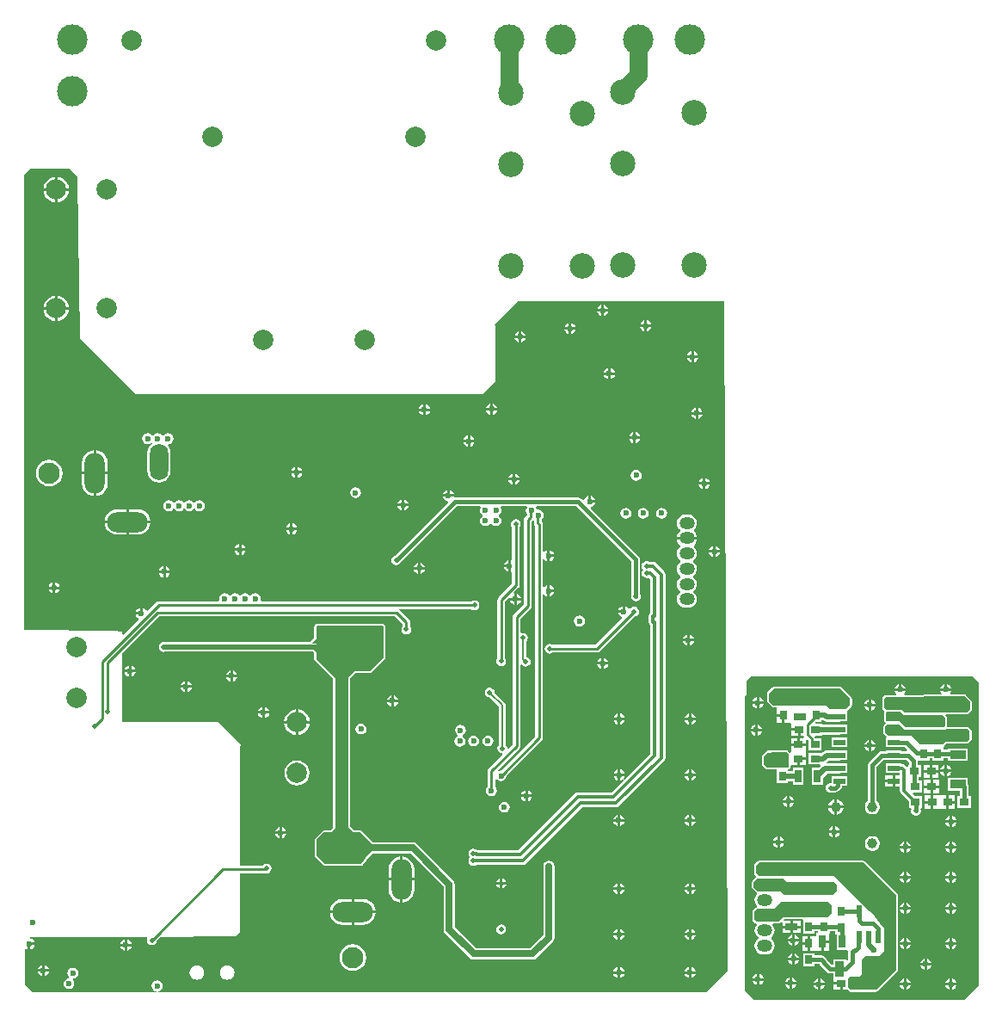
<source format=gbl>
G04*
G04 #@! TF.GenerationSoftware,Altium Limited,Altium Designer,22.2.1 (43)*
G04*
G04 Layer_Physical_Order=4*
G04 Layer_Color=16711680*
%FSLAX25Y25*%
%MOIN*%
G70*
G04*
G04 #@! TF.SameCoordinates,65C05967-714E-454F-997F-66751C825CAB*
G04*
G04*
G04 #@! TF.FilePolarity,Positive*
G04*
G01*
G75*
%ADD13C,0.01000*%
%ADD25R,0.03100X0.03800*%
%ADD27R,0.05118X0.02756*%
%ADD29R,0.03800X0.03100*%
%ADD34R,0.02756X0.05118*%
%ADD104C,0.08268*%
%ADD113C,0.02000*%
%ADD116C,0.01300*%
%ADD117C,0.01500*%
%ADD118C,0.01100*%
%ADD119C,0.01470*%
%ADD120C,0.00800*%
%ADD122C,0.02500*%
%ADD123C,0.07000*%
%ADD125O,0.05906X0.04724*%
%ADD126C,0.03937*%
%ADD127C,0.09843*%
%ADD128C,0.07874*%
%ADD129O,0.07087X0.14173*%
%ADD130O,0.15748X0.07874*%
%ADD131O,0.07874X0.15748*%
%ADD132C,0.11811*%
%ADD133O,0.14173X0.07087*%
%ADD134C,0.01968*%
%ADD135C,0.02362*%
%ADD136C,0.05000*%
%ADD171R,0.04646X0.02284*%
%ADD172R,0.03543X0.06299*%
%ADD173R,0.02323X0.04764*%
%ADD174R,0.06299X0.03543*%
%ADD175C,0.00900*%
%ADD176C,0.01600*%
G36*
X23622Y318602D02*
X24606Y256102D01*
X25984Y254724D01*
X46161Y234547D01*
X180610D01*
X185630Y239567D01*
Y261122D01*
X185335Y261417D01*
X194587Y270669D01*
X274410D01*
X275492Y11024D01*
X267224Y2756D01*
X54893D01*
X54843Y3256D01*
X55340Y3355D01*
X56028Y3815D01*
X56488Y4503D01*
X56649Y5315D01*
X56488Y6127D01*
X56028Y6815D01*
X55340Y7275D01*
X54528Y7437D01*
X53716Y7275D01*
X53027Y6815D01*
X52567Y6127D01*
X52406Y5315D01*
X52567Y4503D01*
X53027Y3815D01*
X53716Y3355D01*
X54212Y3256D01*
X54163Y2756D01*
X6398D01*
X3347Y5807D01*
Y19383D01*
X3847Y19650D01*
X4070Y19501D01*
X4421Y19431D01*
Y21555D01*
X4921D01*
Y22055D01*
X7046D01*
X6976Y22406D01*
X6494Y23128D01*
X5772Y23610D01*
X5255Y23713D01*
X5304Y24213D01*
X50453D01*
X50640Y23863D01*
X50675Y23713D01*
X50539Y23031D01*
X50686Y22296D01*
X51102Y21673D01*
X51725Y21257D01*
X52461Y21110D01*
X53196Y21257D01*
X53819Y21673D01*
X54236Y22296D01*
X54340Y22820D01*
X55733Y24213D01*
X68307D01*
X68602Y24508D01*
X85039D01*
X86713Y26181D01*
Y48915D01*
X96457D01*
X96530Y48930D01*
X96850Y48866D01*
X97586Y49013D01*
X98209Y49429D01*
X98625Y50052D01*
X98772Y50787D01*
X98625Y51523D01*
X98209Y52146D01*
X97586Y52562D01*
X96850Y52709D01*
X96115Y52562D01*
X95492Y52146D01*
X95309Y51872D01*
X86713D01*
Y98130D01*
X87205Y98622D01*
X78248Y107579D01*
X41039D01*
Y134125D01*
X55337Y148423D01*
X146632D01*
X149604Y145451D01*
Y144585D01*
X149308Y144141D01*
X149162Y143405D01*
X149308Y142670D01*
X149724Y142047D01*
X150347Y141631D01*
X151083Y141484D01*
X151818Y141631D01*
X152441Y142047D01*
X152858Y142670D01*
X153004Y143405D01*
X152858Y144141D01*
X152561Y144585D01*
Y146063D01*
X152449Y146629D01*
X152128Y147108D01*
X148361Y150876D01*
X148418Y151160D01*
X148547Y151376D01*
X176134D01*
X176725Y150981D01*
X177461Y150835D01*
X178196Y150981D01*
X178819Y151397D01*
X179235Y152021D01*
X179382Y152756D01*
X179235Y153491D01*
X178819Y154114D01*
X178196Y154531D01*
X177461Y154677D01*
X176725Y154531D01*
X176429Y154333D01*
X94942D01*
X94551Y154833D01*
X94642Y155285D01*
X94480Y156097D01*
X94020Y156786D01*
X93332Y157246D01*
X92520Y157407D01*
X91708Y157246D01*
X91019Y156786D01*
X90852Y156535D01*
X90250D01*
X90083Y156786D01*
X89395Y157246D01*
X88583Y157407D01*
X87771Y157246D01*
X87082Y156786D01*
X86915Y156535D01*
X86313D01*
X86146Y156786D01*
X85458Y157246D01*
X84646Y157407D01*
X83834Y157246D01*
X83145Y156786D01*
X82978Y156535D01*
X82376D01*
X82209Y156786D01*
X81521Y157246D01*
X80709Y157407D01*
X79897Y157246D01*
X79208Y156786D01*
X78748Y156097D01*
X78587Y155285D01*
X78677Y154833D01*
X78287Y154333D01*
X55132D01*
X54566Y154220D01*
X54086Y153900D01*
X50818Y150631D01*
X50203Y150724D01*
X49899Y151179D01*
X49178Y151661D01*
X48827Y151731D01*
Y149606D01*
X48327D01*
Y149106D01*
X46202D01*
X46272Y148755D01*
X46754Y148034D01*
X47209Y147730D01*
X47302Y147115D01*
X41501Y141314D01*
X41039Y141506D01*
Y142689D01*
X37931Y142740D01*
X2854Y143307D01*
Y232874D01*
X3051Y319390D01*
X5413Y321752D01*
X20472D01*
X23622Y318602D01*
D02*
G37*
G36*
X372835Y122835D02*
Y5512D01*
X367323Y0D01*
X285827D01*
X282283Y3543D01*
Y117323D01*
X283071Y118110D01*
Y123622D01*
X284646Y125197D01*
X370472D01*
X372835Y122835D01*
D02*
G37*
%LPC*%
G36*
X15854Y318693D02*
Y314280D01*
X20268D01*
X20164Y315068D01*
X19667Y316269D01*
X18876Y317301D01*
X17844Y318092D01*
X16643Y318589D01*
X15854Y318693D01*
D02*
G37*
G36*
X14854D02*
X14065Y318589D01*
X12865Y318092D01*
X11833Y317301D01*
X11042Y316269D01*
X10544Y315068D01*
X10441Y314280D01*
X14854D01*
Y318693D01*
D02*
G37*
G36*
X20268Y313280D02*
X15854D01*
Y308866D01*
X16643Y308970D01*
X17844Y309467D01*
X18876Y310258D01*
X19667Y311290D01*
X20164Y312491D01*
X20268Y313280D01*
D02*
G37*
G36*
X14854D02*
X10441D01*
X10544Y312491D01*
X11042Y311290D01*
X11833Y310258D01*
X12865Y309467D01*
X14065Y308970D01*
X14854Y308866D01*
Y313280D01*
D02*
G37*
G36*
X15854Y272630D02*
Y268217D01*
X20268D01*
X20164Y269005D01*
X19667Y270206D01*
X18876Y271238D01*
X17844Y272029D01*
X16643Y272527D01*
X15854Y272630D01*
D02*
G37*
G36*
X14854D02*
X14065Y272527D01*
X12865Y272029D01*
X11833Y271238D01*
X11042Y270206D01*
X10544Y269005D01*
X10441Y268217D01*
X14854D01*
Y272630D01*
D02*
G37*
G36*
X227685Y269132D02*
Y267508D01*
X229309D01*
X229240Y267859D01*
X228758Y268580D01*
X228036Y269062D01*
X227685Y269132D01*
D02*
G37*
G36*
X226685D02*
X226334Y269062D01*
X225612Y268580D01*
X225131Y267859D01*
X225061Y267508D01*
X226685D01*
Y269132D01*
D02*
G37*
G36*
X229309Y266508D02*
X227685D01*
Y264883D01*
X228036Y264953D01*
X228758Y265435D01*
X229240Y266157D01*
X229309Y266508D01*
D02*
G37*
G36*
X226685D02*
X225061D01*
X225131Y266157D01*
X225612Y265435D01*
X226334Y264953D01*
X226685Y264883D01*
Y266508D01*
D02*
G37*
G36*
X20268Y267217D02*
X15854D01*
Y262803D01*
X16643Y262907D01*
X17844Y263404D01*
X18876Y264195D01*
X19667Y265227D01*
X20164Y266428D01*
X20268Y267217D01*
D02*
G37*
G36*
X14854D02*
X10441D01*
X10544Y266428D01*
X11042Y265227D01*
X11833Y264195D01*
X12865Y263404D01*
X14065Y262907D01*
X14854Y262803D01*
Y267217D01*
D02*
G37*
G36*
X244378Y263128D02*
Y261504D01*
X246002D01*
X245933Y261855D01*
X245450Y262576D01*
X244729Y263058D01*
X244378Y263128D01*
D02*
G37*
G36*
X243378D02*
X243027Y263058D01*
X242305Y262576D01*
X241823Y261855D01*
X241754Y261504D01*
X243378D01*
Y263128D01*
D02*
G37*
G36*
X215043Y262089D02*
Y260465D01*
X216667D01*
X216598Y260816D01*
X216115Y261537D01*
X215394Y262019D01*
X215043Y262089D01*
D02*
G37*
G36*
X214043D02*
X213692Y262019D01*
X212970Y261537D01*
X212488Y260816D01*
X212419Y260465D01*
X214043D01*
Y262089D01*
D02*
G37*
G36*
X246002Y260504D02*
X244378D01*
Y258880D01*
X244729Y258949D01*
X245450Y259431D01*
X245933Y260153D01*
X246002Y260504D01*
D02*
G37*
G36*
X243378D02*
X241754D01*
X241823Y260153D01*
X242305Y259431D01*
X243027Y258949D01*
X243378Y258880D01*
Y260504D01*
D02*
G37*
G36*
X216667Y259465D02*
X215043D01*
Y257841D01*
X215394Y257910D01*
X216115Y258393D01*
X216598Y259114D01*
X216667Y259465D01*
D02*
G37*
G36*
X214043D02*
X212419D01*
X212488Y259114D01*
X212970Y258393D01*
X213692Y257910D01*
X214043Y257841D01*
Y259465D01*
D02*
G37*
G36*
X195677Y258916D02*
Y257291D01*
X197301D01*
X197232Y257642D01*
X196750Y258364D01*
X196028Y258846D01*
X195677Y258916D01*
D02*
G37*
G36*
X194677D02*
X194326Y258846D01*
X193605Y258364D01*
X193123Y257642D01*
X193053Y257291D01*
X194677D01*
Y258916D01*
D02*
G37*
G36*
X197301Y256291D02*
X195677D01*
Y254667D01*
X196028Y254737D01*
X196750Y255219D01*
X197232Y255940D01*
X197301Y256291D01*
D02*
G37*
G36*
X194677D02*
X193053D01*
X193123Y255940D01*
X193605Y255219D01*
X194326Y254737D01*
X194677Y254667D01*
Y256291D01*
D02*
G37*
G36*
X262508Y251140D02*
Y249516D01*
X264132D01*
X264062Y249867D01*
X263580Y250588D01*
X262859Y251070D01*
X262508Y251140D01*
D02*
G37*
G36*
X261508D02*
X261157Y251070D01*
X260435Y250588D01*
X259953Y249867D01*
X259883Y249516D01*
X261508D01*
Y251140D01*
D02*
G37*
G36*
X264132Y248516D02*
X262508D01*
Y246891D01*
X262859Y246961D01*
X263580Y247443D01*
X264062Y248165D01*
X264132Y248516D01*
D02*
G37*
G36*
X261508D02*
X259883D01*
X259953Y248165D01*
X260435Y247443D01*
X261157Y246961D01*
X261508Y246891D01*
Y248516D01*
D02*
G37*
G36*
X230224Y244644D02*
Y243020D01*
X231849D01*
X231779Y243371D01*
X231297Y244092D01*
X230575Y244574D01*
X230224Y244644D01*
D02*
G37*
G36*
X229224D02*
X228873Y244574D01*
X228152Y244092D01*
X227670Y243371D01*
X227600Y243020D01*
X229224D01*
Y244644D01*
D02*
G37*
G36*
X231849Y242020D02*
X230224D01*
Y240395D01*
X230575Y240465D01*
X231297Y240947D01*
X231779Y241669D01*
X231849Y242020D01*
D02*
G37*
G36*
X229224D02*
X227600D01*
X227670Y241669D01*
X228152Y240947D01*
X228873Y240465D01*
X229224Y240395D01*
Y242020D01*
D02*
G37*
G36*
X184653Y230865D02*
Y229240D01*
X186278D01*
X186208Y229591D01*
X185726Y230313D01*
X185005Y230795D01*
X184653Y230865D01*
D02*
G37*
G36*
X183653D02*
X183302Y230795D01*
X182581Y230313D01*
X182099Y229591D01*
X182029Y229240D01*
X183653D01*
Y230865D01*
D02*
G37*
G36*
X158571Y230668D02*
Y229043D01*
X160195D01*
X160125Y229394D01*
X159643Y230116D01*
X158922Y230598D01*
X158571Y230668D01*
D02*
G37*
G36*
X157571D02*
X157220Y230598D01*
X156498Y230116D01*
X156016Y229394D01*
X155947Y229043D01*
X157571D01*
Y230668D01*
D02*
G37*
G36*
X264181Y229290D02*
Y227665D01*
X265806D01*
X265736Y228016D01*
X265254Y228738D01*
X264532Y229220D01*
X264181Y229290D01*
D02*
G37*
G36*
X263181D02*
X262830Y229220D01*
X262109Y228738D01*
X261627Y228016D01*
X261557Y227665D01*
X263181D01*
Y229290D01*
D02*
G37*
G36*
X186278Y228240D02*
X184653D01*
Y226616D01*
X185005Y226686D01*
X185726Y227168D01*
X186208Y227889D01*
X186278Y228240D01*
D02*
G37*
G36*
X183653D02*
X182029D01*
X182099Y227889D01*
X182581Y227168D01*
X183302Y226686D01*
X183653Y226616D01*
Y228240D01*
D02*
G37*
G36*
X160195Y228043D02*
X158571D01*
Y226419D01*
X158922Y226489D01*
X159643Y226971D01*
X160125Y227692D01*
X160195Y228043D01*
D02*
G37*
G36*
X157571D02*
X155947D01*
X156016Y227692D01*
X156498Y226971D01*
X157220Y226489D01*
X157571Y226419D01*
Y228043D01*
D02*
G37*
G36*
X265806Y226665D02*
X264181D01*
Y225041D01*
X264532Y225111D01*
X265254Y225593D01*
X265736Y226314D01*
X265806Y226665D01*
D02*
G37*
G36*
X263181D02*
X261557D01*
X261627Y226314D01*
X262109Y225593D01*
X262830Y225111D01*
X263181Y225041D01*
Y226665D01*
D02*
G37*
G36*
X58661Y219445D02*
X57849Y219283D01*
X57161Y218823D01*
X56994Y218573D01*
X56392D01*
X56225Y218823D01*
X55536Y219283D01*
X54724Y219445D01*
X53912Y219283D01*
X53224Y218823D01*
X53057Y218573D01*
X52455D01*
X52288Y218823D01*
X51599Y219283D01*
X50787Y219445D01*
X49975Y219283D01*
X49287Y218823D01*
X48827Y218135D01*
X48665Y217323D01*
X48827Y216511D01*
X49287Y215822D01*
X49975Y215363D01*
X50787Y215201D01*
X51599Y215363D01*
X52225Y215780D01*
X52557Y215747D01*
X52794Y215680D01*
X52824Y215598D01*
X52820Y215573D01*
X52047Y214980D01*
X51335Y214052D01*
X50888Y212971D01*
X50735Y211811D01*
Y204724D01*
X50888Y203565D01*
X51335Y202484D01*
X52047Y201555D01*
X52976Y200843D01*
X54057Y200395D01*
X55216Y200243D01*
X56376Y200395D01*
X57457Y200843D01*
X58385Y201555D01*
X59098Y202484D01*
X59545Y203565D01*
X59698Y204724D01*
Y211811D01*
X59545Y212971D01*
X59098Y214052D01*
X58588Y214716D01*
X58606Y214831D01*
X58822Y215233D01*
X59473Y215363D01*
X60162Y215822D01*
X60622Y216511D01*
X60783Y217323D01*
X60622Y218135D01*
X60162Y218823D01*
X59473Y219283D01*
X58661Y219445D01*
D02*
G37*
G36*
X240067Y219841D02*
Y218216D01*
X241691D01*
X241621Y218568D01*
X241139Y219289D01*
X240418Y219771D01*
X240067Y219841D01*
D02*
G37*
G36*
X239067D02*
X238716Y219771D01*
X237994Y219289D01*
X237512Y218568D01*
X237443Y218216D01*
X239067D01*
Y219841D01*
D02*
G37*
G36*
X175795Y218463D02*
Y216839D01*
X177420D01*
X177350Y217190D01*
X176868Y217911D01*
X176146Y218393D01*
X175795Y218463D01*
D02*
G37*
G36*
X174795D02*
X174444Y218393D01*
X173723Y217911D01*
X173241Y217190D01*
X173171Y216839D01*
X174795D01*
Y218463D01*
D02*
G37*
G36*
X241691Y217216D02*
X240067D01*
Y215592D01*
X240418Y215662D01*
X241139Y216144D01*
X241621Y216865D01*
X241691Y217216D01*
D02*
G37*
G36*
X239067D02*
X237443D01*
X237512Y216865D01*
X237994Y216144D01*
X238716Y215662D01*
X239067Y215592D01*
Y217216D01*
D02*
G37*
G36*
X177420Y215839D02*
X175795D01*
Y214214D01*
X176146Y214284D01*
X176868Y214766D01*
X177350Y215488D01*
X177420Y215839D01*
D02*
G37*
G36*
X174795D02*
X173171D01*
X173241Y215488D01*
X173723Y214766D01*
X174444Y214284D01*
X174795Y214214D01*
Y215839D01*
D02*
G37*
G36*
X109063Y206357D02*
Y204732D01*
X110687D01*
X110617Y205083D01*
X110135Y205805D01*
X109414Y206287D01*
X109063Y206357D01*
D02*
G37*
G36*
X108063D02*
X107712Y206287D01*
X106991Y205805D01*
X106508Y205083D01*
X106439Y204732D01*
X108063D01*
Y206357D01*
D02*
G37*
G36*
X30913Y212788D02*
Y204437D01*
X35393D01*
Y207874D01*
X35223Y209163D01*
X34726Y210364D01*
X33935Y211395D01*
X32903Y212187D01*
X31702Y212684D01*
X30913Y212788D01*
D02*
G37*
G36*
X29913D02*
X29125Y212684D01*
X27924Y212187D01*
X26892Y211395D01*
X26101Y210364D01*
X25604Y209163D01*
X25434Y207874D01*
Y204437D01*
X29913D01*
Y212788D01*
D02*
G37*
G36*
X110687Y203732D02*
X109063D01*
Y202108D01*
X109414Y202178D01*
X110135Y202660D01*
X110617Y203381D01*
X110687Y203732D01*
D02*
G37*
G36*
X108063D02*
X106439D01*
X106508Y203381D01*
X106991Y202660D01*
X107712Y202178D01*
X108063Y202108D01*
Y203732D01*
D02*
G37*
G36*
X193315Y203699D02*
Y202075D01*
X194939D01*
X194869Y202426D01*
X194387Y203147D01*
X193666Y203629D01*
X193315Y203699D01*
D02*
G37*
G36*
X192315D02*
X191964Y203629D01*
X191243Y203147D01*
X190760Y202426D01*
X190691Y202075D01*
X192315D01*
Y203699D01*
D02*
G37*
G36*
X240158Y205272D02*
X239346Y205110D01*
X238657Y204650D01*
X238197Y203962D01*
X238036Y203150D01*
X238197Y202338D01*
X238657Y201649D01*
X239346Y201189D01*
X240158Y201028D01*
X240969Y201189D01*
X241658Y201649D01*
X242118Y202338D01*
X242279Y203150D01*
X242118Y203962D01*
X241658Y204650D01*
X240969Y205110D01*
X240158Y205272D01*
D02*
G37*
G36*
X267035Y202026D02*
Y200402D01*
X268660D01*
X268590Y200753D01*
X268108Y201474D01*
X267387Y201956D01*
X267035Y202026D01*
D02*
G37*
G36*
X266035D02*
X265684Y201956D01*
X264963Y201474D01*
X264481Y200753D01*
X264411Y200402D01*
X266035D01*
Y202026D01*
D02*
G37*
G36*
X194939Y201075D02*
X193315D01*
Y199450D01*
X193666Y199520D01*
X194387Y200002D01*
X194869Y200724D01*
X194939Y201075D01*
D02*
G37*
G36*
X192315D02*
X190691D01*
X190760Y200724D01*
X191243Y200002D01*
X191964Y199520D01*
X192315Y199450D01*
Y201075D01*
D02*
G37*
G36*
X12697Y209115D02*
X11357Y208939D01*
X10108Y208421D01*
X9035Y207598D01*
X8212Y206526D01*
X7695Y205277D01*
X7519Y203937D01*
X7695Y202597D01*
X8212Y201348D01*
X9035Y200275D01*
X10108Y199453D01*
X11357Y198935D01*
X12697Y198759D01*
X14037Y198935D01*
X15286Y199453D01*
X16358Y200275D01*
X17181Y201348D01*
X17699Y202597D01*
X17875Y203937D01*
X17699Y205277D01*
X17181Y206526D01*
X16358Y207598D01*
X15286Y208421D01*
X14037Y208939D01*
X12697Y209115D01*
D02*
G37*
G36*
X268660Y199402D02*
X267035D01*
Y197777D01*
X267387Y197847D01*
X268108Y198329D01*
X268590Y199050D01*
X268660Y199402D01*
D02*
G37*
G36*
X266035D02*
X264411D01*
X264481Y199050D01*
X264963Y198329D01*
X265684Y197847D01*
X266035Y197777D01*
Y199402D01*
D02*
G37*
G36*
X167921Y197400D02*
Y195776D01*
X169546D01*
X169476Y196127D01*
X168994Y196848D01*
X168272Y197330D01*
X167921Y197400D01*
D02*
G37*
G36*
X166921D02*
X166570Y197330D01*
X165849Y196848D01*
X165367Y196127D01*
X165297Y195776D01*
X166921D01*
Y197400D01*
D02*
G37*
G36*
X35393Y203437D02*
X30913D01*
Y195086D01*
X31702Y195190D01*
X32903Y195688D01*
X33935Y196479D01*
X34726Y197510D01*
X35223Y198711D01*
X35393Y200000D01*
Y203437D01*
D02*
G37*
G36*
X29913D02*
X25434D01*
Y200000D01*
X25604Y198711D01*
X26101Y197510D01*
X26892Y196479D01*
X27924Y195688D01*
X29125Y195190D01*
X29913Y195086D01*
Y203437D01*
D02*
G37*
G36*
X131398Y198480D02*
X130586Y198319D01*
X129897Y197859D01*
X129437Y197170D01*
X129276Y196358D01*
X129437Y195546D01*
X129897Y194858D01*
X130586Y194398D01*
X131398Y194236D01*
X132210Y194398D01*
X132898Y194858D01*
X133358Y195546D01*
X133519Y196358D01*
X133358Y197170D01*
X132898Y197859D01*
X132210Y198319D01*
X131398Y198480D01*
D02*
G37*
G36*
X222646Y195136D02*
Y193512D01*
X224270D01*
X224200Y193863D01*
X223718Y194584D01*
X222997Y195066D01*
X222646Y195136D01*
D02*
G37*
G36*
X221646D02*
X221295Y195066D01*
X220573Y194584D01*
X220091Y193863D01*
X220035Y193582D01*
X219493Y193418D01*
X218906Y194004D01*
X218360Y194369D01*
X217717Y194497D01*
X170000D01*
X169711Y194776D01*
X165297D01*
X165367Y194425D01*
X165849Y193703D01*
X166570Y193221D01*
X167015Y193133D01*
X167179Y192590D01*
X146574Y171985D01*
X146411Y171952D01*
X145787Y171536D01*
X145371Y170912D01*
X145224Y170177D01*
X145371Y169442D01*
X145787Y168819D01*
X146411Y168402D01*
X147146Y168256D01*
X147881Y168402D01*
X148504Y168819D01*
X148921Y169442D01*
X148953Y169605D01*
X170480Y191133D01*
X179635D01*
X179902Y190633D01*
X179733Y190379D01*
X179571Y189567D01*
X179733Y188755D01*
X180192Y188066D01*
X180517Y187850D01*
Y187249D01*
X180192Y187032D01*
X179733Y186344D01*
X179571Y185531D01*
X179733Y184720D01*
X180192Y184031D01*
X180881Y183571D01*
X181693Y183410D01*
X182505Y183571D01*
X183193Y184031D01*
X183530Y184536D01*
X184088D01*
X184425Y184031D01*
X185113Y183571D01*
X185925Y183410D01*
X186737Y183571D01*
X187426Y184031D01*
X187885Y184720D01*
X188047Y185531D01*
X187885Y186344D01*
X187426Y187032D01*
X187101Y187249D01*
Y187850D01*
X187426Y188066D01*
X187885Y188755D01*
X188047Y189567D01*
X187885Y190379D01*
X187716Y190633D01*
X187983Y191133D01*
X197559D01*
X197826Y190633D01*
X197584Y190271D01*
X197423Y189459D01*
X197584Y188647D01*
X197825Y188287D01*
Y187578D01*
X197084Y186837D01*
X196764Y186358D01*
X196651Y185792D01*
Y153073D01*
X192754Y149175D01*
X192433Y148696D01*
X192321Y148130D01*
Y98939D01*
X190668Y97287D01*
X190177Y97502D01*
X190062Y98078D01*
X189646Y98701D01*
X189613Y98723D01*
Y114075D01*
X189512Y114582D01*
X189225Y115012D01*
X185280Y118957D01*
X185287Y118996D01*
X185141Y119731D01*
X184725Y120354D01*
X184101Y120771D01*
X183366Y120917D01*
X182631Y120771D01*
X182008Y120354D01*
X181591Y119731D01*
X181445Y118996D01*
X181591Y118261D01*
X182008Y117638D01*
X182631Y117221D01*
X183366Y117075D01*
X183405Y117083D01*
X186962Y113526D01*
Y98723D01*
X186929Y98701D01*
X186512Y98078D01*
X186366Y97342D01*
X186512Y96607D01*
X186929Y95984D01*
X187552Y95568D01*
X188128Y95453D01*
X188343Y94962D01*
X183010Y89628D01*
X182689Y89148D01*
X182577Y88583D01*
Y82519D01*
X182555Y82504D01*
X182095Y81816D01*
X181933Y81004D01*
X182095Y80192D01*
X182555Y79504D01*
X183243Y79044D01*
X184055Y78882D01*
X184867Y79044D01*
X185556Y79504D01*
X186015Y80192D01*
X186177Y81004D01*
X186015Y81816D01*
X185556Y82504D01*
X185533Y82519D01*
Y85452D01*
X186033Y85603D01*
X186295Y85212D01*
X186983Y84752D01*
X187795Y84591D01*
X188607Y84752D01*
X189296Y85212D01*
X189756Y85901D01*
X189917Y86713D01*
X189912Y86739D01*
X203514Y100340D01*
X203834Y100820D01*
X203946Y101385D01*
Y156914D01*
X204447Y157066D01*
X204628Y156794D01*
X205350Y156312D01*
X205701Y156242D01*
Y158366D01*
Y160491D01*
X205350Y160421D01*
X204628Y159939D01*
X204447Y159667D01*
X203946Y159818D01*
Y170497D01*
X204447Y170648D01*
X204628Y170376D01*
X205350Y169894D01*
X205701Y169825D01*
Y171949D01*
Y174073D01*
X205350Y174003D01*
X204628Y173521D01*
X204447Y173249D01*
X203946Y173401D01*
Y184231D01*
X203834Y184797D01*
X203575Y185185D01*
Y186005D01*
X203735Y186112D01*
X204195Y186800D01*
X204356Y187612D01*
X204195Y188424D01*
X203735Y189113D01*
X203046Y189573D01*
X202234Y189734D01*
X201636Y189615D01*
X201505Y190271D01*
X201263Y190633D01*
X201531Y191133D01*
X217020D01*
X238377Y169776D01*
Y157075D01*
X238284Y156936D01*
X238138Y156201D01*
X238284Y155466D01*
X238701Y154842D01*
X239324Y154426D01*
X240059Y154280D01*
X240794Y154426D01*
X241418Y154842D01*
X241834Y155466D01*
X241980Y156201D01*
X241834Y156936D01*
X241741Y157075D01*
Y170472D01*
X241613Y171116D01*
X241249Y171662D01*
X241249Y171662D01*
X222552Y190359D01*
X222716Y190902D01*
X222997Y190957D01*
X223718Y191439D01*
X224200Y192161D01*
X224270Y192512D01*
X222146D01*
Y193012D01*
X221646D01*
Y195136D01*
D02*
G37*
G36*
X70866Y193460D02*
X70054Y193299D01*
X69366Y192839D01*
X69198Y192588D01*
X68597D01*
X68429Y192839D01*
X67741Y193299D01*
X66929Y193460D01*
X66117Y193299D01*
X65429Y192839D01*
X65261Y192588D01*
X64660D01*
X64492Y192839D01*
X63804Y193299D01*
X62992Y193460D01*
X62180Y193299D01*
X61492Y192839D01*
X61324Y192588D01*
X60723D01*
X60555Y192839D01*
X59867Y193299D01*
X59055Y193460D01*
X58243Y193299D01*
X57555Y192839D01*
X57095Y192151D01*
X56933Y191339D01*
X57095Y190527D01*
X57555Y189838D01*
X58243Y189378D01*
X59055Y189217D01*
X59867Y189378D01*
X60555Y189838D01*
X60723Y190089D01*
X61324D01*
X61492Y189838D01*
X62180Y189378D01*
X62992Y189217D01*
X63804Y189378D01*
X64492Y189838D01*
X64660Y190089D01*
X65261D01*
X65429Y189838D01*
X66117Y189378D01*
X66929Y189217D01*
X67741Y189378D01*
X68429Y189838D01*
X68597Y190089D01*
X69198D01*
X69366Y189838D01*
X70054Y189378D01*
X70866Y189217D01*
X71678Y189378D01*
X72366Y189838D01*
X72826Y190527D01*
X72988Y191339D01*
X72826Y192151D01*
X72366Y192839D01*
X71678Y193299D01*
X70866Y193460D01*
D02*
G37*
G36*
X150303Y193758D02*
Y192134D01*
X151927D01*
X151858Y192485D01*
X151376Y193206D01*
X150654Y193688D01*
X150303Y193758D01*
D02*
G37*
G36*
X149303D02*
X148952Y193688D01*
X148231Y193206D01*
X147749Y192485D01*
X147679Y192134D01*
X149303D01*
Y193758D01*
D02*
G37*
G36*
X151927Y191134D02*
X150303D01*
Y189509D01*
X150654Y189579D01*
X151376Y190061D01*
X151858Y190783D01*
X151927Y191134D01*
D02*
G37*
G36*
X149303D02*
X147679D01*
X147749Y190783D01*
X148231Y190061D01*
X148952Y189579D01*
X149303Y189509D01*
Y191134D01*
D02*
G37*
G36*
X250000Y190508D02*
X249188Y190346D01*
X248500Y189886D01*
X248040Y189198D01*
X247878Y188386D01*
X248040Y187574D01*
X248500Y186885D01*
X249188Y186425D01*
X250000Y186264D01*
X250812Y186425D01*
X251500Y186885D01*
X251960Y187574D01*
X252122Y188386D01*
X251960Y189198D01*
X251500Y189886D01*
X250812Y190346D01*
X250000Y190508D01*
D02*
G37*
G36*
X242913D02*
X242101Y190346D01*
X241413Y189886D01*
X240953Y189198D01*
X240792Y188386D01*
X240953Y187574D01*
X241413Y186885D01*
X242101Y186425D01*
X242913Y186264D01*
X243725Y186425D01*
X244414Y186885D01*
X244874Y187574D01*
X245035Y188386D01*
X244874Y189198D01*
X244414Y189886D01*
X243725Y190346D01*
X242913Y190508D01*
D02*
G37*
G36*
X236221D02*
X235408Y190346D01*
X234720Y189886D01*
X234260Y189198D01*
X234099Y188386D01*
X234260Y187574D01*
X234720Y186885D01*
X235408Y186425D01*
X236221Y186264D01*
X237033Y186425D01*
X237721Y186885D01*
X238181Y187574D01*
X238342Y188386D01*
X238181Y189198D01*
X237721Y189886D01*
X237033Y190346D01*
X236221Y190508D01*
D02*
G37*
G36*
X46949Y190019D02*
X43512D01*
Y185539D01*
X51863D01*
X51759Y186328D01*
X51261Y187529D01*
X50470Y188560D01*
X49439Y189352D01*
X48238Y189849D01*
X46949Y190019D01*
D02*
G37*
G36*
X42512D02*
X39075D01*
X37786Y189849D01*
X36585Y189352D01*
X35554Y188560D01*
X34762Y187529D01*
X34265Y186328D01*
X34161Y185539D01*
X42512D01*
Y190019D01*
D02*
G37*
G36*
X107095Y184506D02*
Y182882D01*
X108719D01*
X108649Y183233D01*
X108167Y183954D01*
X107446Y184436D01*
X107095Y184506D01*
D02*
G37*
G36*
X106095D02*
X105744Y184436D01*
X105022Y183954D01*
X104540Y183233D01*
X104470Y182882D01*
X106095D01*
Y184506D01*
D02*
G37*
G36*
X108719Y181882D02*
X107095D01*
Y180257D01*
X107446Y180327D01*
X108167Y180809D01*
X108649Y181531D01*
X108719Y181882D01*
D02*
G37*
G36*
X106095D02*
X104470D01*
X104540Y181531D01*
X105022Y180809D01*
X105744Y180327D01*
X106095Y180257D01*
Y181882D01*
D02*
G37*
G36*
X51863Y184539D02*
X43512D01*
Y180060D01*
X46949D01*
X48238Y180229D01*
X49439Y180727D01*
X50470Y181518D01*
X51261Y182550D01*
X51759Y183751D01*
X51863Y184539D01*
D02*
G37*
G36*
X42512D02*
X34161D01*
X34265Y183751D01*
X34762Y182550D01*
X35554Y181518D01*
X36585Y180727D01*
X37786Y180229D01*
X39075Y180060D01*
X42512D01*
Y184539D01*
D02*
G37*
G36*
X260433Y187936D02*
X259252D01*
X258400Y187824D01*
X257607Y187495D01*
X256925Y186972D01*
X256402Y186291D01*
X256074Y185497D01*
X255962Y184646D01*
X256074Y183794D01*
X256402Y183001D01*
X256925Y182319D01*
X257248Y182071D01*
Y181441D01*
X256854Y181138D01*
X256315Y180436D01*
X255976Y179618D01*
X255927Y179240D01*
X259842D01*
X263758D01*
X263709Y179618D01*
X263370Y180436D01*
X262831Y181138D01*
X262437Y181441D01*
Y182071D01*
X262760Y182319D01*
X263283Y183001D01*
X263611Y183794D01*
X263723Y184646D01*
X263611Y185497D01*
X263283Y186291D01*
X262760Y186972D01*
X262078Y187495D01*
X261285Y187824D01*
X260433Y187936D01*
D02*
G37*
G36*
X87114Y176435D02*
Y174811D01*
X88739D01*
X88669Y175162D01*
X88187Y175883D01*
X87465Y176366D01*
X87114Y176435D01*
D02*
G37*
G36*
X86114D02*
X85763Y176366D01*
X85042Y175883D01*
X84560Y175162D01*
X84490Y174811D01*
X86114D01*
Y176435D01*
D02*
G37*
G36*
X270972Y175746D02*
Y174122D01*
X272597D01*
X272527Y174473D01*
X272045Y175195D01*
X271323Y175677D01*
X270972Y175746D01*
D02*
G37*
G36*
X269972D02*
X269621Y175677D01*
X268900Y175195D01*
X268418Y174473D01*
X268348Y174122D01*
X269972D01*
Y175746D01*
D02*
G37*
G36*
X206701Y174073D02*
Y172449D01*
X208325D01*
X208255Y172800D01*
X207773Y173521D01*
X207052Y174003D01*
X206701Y174073D01*
D02*
G37*
G36*
X88739Y173811D02*
X87114D01*
Y172187D01*
X87465Y172257D01*
X88187Y172739D01*
X88669Y173460D01*
X88739Y173811D01*
D02*
G37*
G36*
X86114D02*
X84490D01*
X84560Y173460D01*
X85042Y172739D01*
X85763Y172257D01*
X86114Y172187D01*
Y173811D01*
D02*
G37*
G36*
X272597Y173122D02*
X270972D01*
Y171498D01*
X271323Y171567D01*
X272045Y172050D01*
X272527Y172771D01*
X272597Y173122D01*
D02*
G37*
G36*
X269972D02*
X268348D01*
X268418Y172771D01*
X268900Y172050D01*
X269621Y171567D01*
X269972Y171498D01*
Y173122D01*
D02*
G37*
G36*
X193504Y186075D02*
X192769Y185928D01*
X192146Y185512D01*
X191729Y184889D01*
X191583Y184153D01*
X191729Y183418D01*
X192077Y182898D01*
Y170500D01*
X191577Y170130D01*
X191543Y170136D01*
Y168012D01*
Y165887D01*
X191577Y165894D01*
X192077Y165523D01*
Y161074D01*
X186786Y155783D01*
X186477Y155320D01*
X186368Y154774D01*
X186368Y154774D01*
Y132358D01*
X186020Y131838D01*
X185874Y131102D01*
X186020Y130367D01*
X186437Y129744D01*
X187060Y129327D01*
X187795Y129181D01*
X188531Y129327D01*
X189154Y129744D01*
X189570Y130367D01*
X189716Y131102D01*
X189570Y131838D01*
X189223Y132358D01*
Y154182D01*
X190799Y155759D01*
X191063Y155618D01*
X192905D01*
Y157461D01*
X192765Y157724D01*
X194513Y159473D01*
X194513Y159473D01*
X194823Y159936D01*
X194931Y160482D01*
Y182898D01*
X195279Y183418D01*
X195425Y184153D01*
X195279Y184889D01*
X194862Y185512D01*
X194239Y185928D01*
X193504Y186075D01*
D02*
G37*
G36*
X208325Y171449D02*
X206701D01*
Y169825D01*
X207052Y169894D01*
X207773Y170376D01*
X208255Y171098D01*
X208325Y171449D01*
D02*
G37*
G36*
X190543Y170136D02*
X190192Y170066D01*
X189471Y169584D01*
X188989Y168863D01*
X188919Y168512D01*
X190543D01*
Y170136D01*
D02*
G37*
G36*
X156602Y169250D02*
Y167626D01*
X158227D01*
X158157Y167977D01*
X157675Y168699D01*
X156953Y169181D01*
X156602Y169250D01*
D02*
G37*
G36*
X155602D02*
X155251Y169181D01*
X154530Y168699D01*
X154048Y167977D01*
X153978Y167626D01*
X155602D01*
Y169250D01*
D02*
G37*
G36*
X57784Y167872D02*
Y166248D01*
X59408D01*
X59338Y166599D01*
X58856Y167321D01*
X58135Y167803D01*
X57784Y167872D01*
D02*
G37*
G36*
X56783D02*
X56432Y167803D01*
X55711Y167321D01*
X55229Y166599D01*
X55159Y166248D01*
X56783D01*
Y167872D01*
D02*
G37*
G36*
X190543Y167512D02*
X188919D01*
X188989Y167161D01*
X189471Y166439D01*
X190192Y165957D01*
X190543Y165887D01*
Y167512D01*
D02*
G37*
G36*
X158227Y166626D02*
X156602D01*
Y165002D01*
X156953Y165071D01*
X157675Y165553D01*
X158157Y166275D01*
X158227Y166626D01*
D02*
G37*
G36*
X155602D02*
X153978D01*
X154048Y166275D01*
X154530Y165553D01*
X155251Y165071D01*
X155602Y165002D01*
Y166626D01*
D02*
G37*
G36*
X59408Y165248D02*
X57784D01*
Y163624D01*
X58135Y163693D01*
X58856Y164175D01*
X59338Y164897D01*
X59408Y165248D01*
D02*
G37*
G36*
X56783D02*
X55159D01*
X55229Y164897D01*
X55711Y164175D01*
X56432Y163693D01*
X56783Y163624D01*
Y165248D01*
D02*
G37*
G36*
X15067Y161672D02*
Y160047D01*
X16691D01*
X16622Y160398D01*
X16139Y161120D01*
X15418Y161602D01*
X15067Y161672D01*
D02*
G37*
G36*
X14067D02*
X13716Y161602D01*
X12994Y161120D01*
X12512Y160398D01*
X12443Y160047D01*
X14067D01*
Y161672D01*
D02*
G37*
G36*
X206701Y160491D02*
Y158866D01*
X208325D01*
X208255Y159217D01*
X207773Y159939D01*
X207052Y160421D01*
X206701Y160491D01*
D02*
G37*
G36*
X16691Y159047D02*
X15067D01*
Y157423D01*
X15418Y157493D01*
X16139Y157975D01*
X16622Y158696D01*
X16691Y159047D01*
D02*
G37*
G36*
X14067D02*
X12443D01*
X12512Y158696D01*
X12994Y157975D01*
X13716Y157493D01*
X14067Y157423D01*
Y159047D01*
D02*
G37*
G36*
X208325Y157866D02*
X206701D01*
Y156242D01*
X207052Y156312D01*
X207773Y156794D01*
X208255Y157515D01*
X208325Y157866D01*
D02*
G37*
G36*
X193905Y157243D02*
Y155618D01*
X195530D01*
X195460Y155969D01*
X194978Y156691D01*
X194256Y157173D01*
X193905Y157243D01*
D02*
G37*
G36*
X195530Y154618D02*
X193905D01*
Y152994D01*
X194256Y153064D01*
X194978Y153546D01*
X195460Y154267D01*
X195530Y154618D01*
D02*
G37*
G36*
X192905D02*
X191281D01*
X191351Y154267D01*
X191833Y153546D01*
X192554Y153064D01*
X192905Y152994D01*
Y154618D01*
D02*
G37*
G36*
X263758Y178240D02*
X259842D01*
X255927D01*
X255976Y177862D01*
X256315Y177044D01*
X256854Y176342D01*
X257248Y176040D01*
Y175409D01*
X256925Y175161D01*
X256402Y174480D01*
X256074Y173686D01*
X255962Y172835D01*
X256074Y171983D01*
X256402Y171189D01*
X256925Y170508D01*
X257344Y170187D01*
Y169577D01*
X256925Y169256D01*
X256402Y168574D01*
X256074Y167781D01*
X255962Y166929D01*
X256074Y166077D01*
X256402Y165284D01*
X256925Y164602D01*
X257344Y164281D01*
Y163672D01*
X256925Y163350D01*
X256402Y162669D01*
X256074Y161875D01*
X255962Y161024D01*
X256074Y160172D01*
X256402Y159378D01*
X256925Y158697D01*
X257344Y158376D01*
Y157766D01*
X256925Y157445D01*
X256402Y156763D01*
X256074Y155970D01*
X255962Y155118D01*
X256074Y154267D01*
X256402Y153473D01*
X256925Y152792D01*
X257607Y152269D01*
X258400Y151940D01*
X259252Y151828D01*
X260433D01*
X261285Y151940D01*
X262078Y152269D01*
X262760Y152792D01*
X263283Y153473D01*
X263611Y154267D01*
X263723Y155118D01*
X263611Y155970D01*
X263283Y156763D01*
X262760Y157445D01*
X262341Y157766D01*
Y158376D01*
X262760Y158697D01*
X263283Y159378D01*
X263611Y160172D01*
X263723Y161024D01*
X263611Y161875D01*
X263283Y162669D01*
X262760Y163350D01*
X262341Y163672D01*
Y164281D01*
X262760Y164602D01*
X263283Y165284D01*
X263611Y166077D01*
X263723Y166929D01*
X263611Y167781D01*
X263283Y168574D01*
X262760Y169256D01*
X262341Y169577D01*
Y170187D01*
X262760Y170508D01*
X263283Y171189D01*
X263611Y171983D01*
X263723Y172835D01*
X263611Y173686D01*
X263283Y174480D01*
X262760Y175161D01*
X262437Y175409D01*
Y176040D01*
X262831Y176342D01*
X263370Y177044D01*
X263709Y177862D01*
X263758Y178240D01*
D02*
G37*
G36*
X234835Y152420D02*
X234484Y152350D01*
X233762Y151868D01*
X233280Y151146D01*
X233210Y150795D01*
X234835D01*
Y152420D01*
D02*
G37*
G36*
X47827Y151731D02*
X47476Y151661D01*
X46754Y151179D01*
X46272Y150457D01*
X46202Y150106D01*
X47827D01*
Y151731D01*
D02*
G37*
G36*
X218209Y148775D02*
X217397Y148614D01*
X216708Y148154D01*
X216248Y147466D01*
X216087Y146653D01*
X216248Y145842D01*
X216708Y145153D01*
X217397Y144693D01*
X218209Y144532D01*
X219021Y144693D01*
X219709Y145153D01*
X220169Y145842D01*
X220331Y146653D01*
X220169Y147466D01*
X219709Y148154D01*
X219021Y148614D01*
X218209Y148775D01*
D02*
G37*
G36*
X260933Y141396D02*
Y139772D01*
X262557D01*
X262488Y140123D01*
X262006Y140844D01*
X261284Y141326D01*
X260933Y141396D01*
D02*
G37*
G36*
X259933D02*
X259582Y141326D01*
X258861Y140844D01*
X258379Y140123D01*
X258309Y139772D01*
X259933D01*
Y141396D01*
D02*
G37*
G36*
X235835Y152420D02*
Y150295D01*
X235335D01*
Y149795D01*
X233210D01*
X233280Y149444D01*
X233762Y148723D01*
X234484Y148241D01*
X234582Y148221D01*
X234727Y147743D01*
X224388Y137404D01*
X207704D01*
X207361Y137633D01*
X206626Y137779D01*
X205891Y137633D01*
X205267Y137217D01*
X204851Y136593D01*
X204705Y135858D01*
X204851Y135123D01*
X205267Y134500D01*
X205891Y134083D01*
X206626Y133937D01*
X207361Y134083D01*
X207905Y134447D01*
X225000D01*
X225566Y134559D01*
X226045Y134880D01*
X239582Y148416D01*
X240105Y148520D01*
X240728Y148937D01*
X241145Y149560D01*
X241291Y150295D01*
X241145Y151031D01*
X240728Y151654D01*
X240105Y152070D01*
X239370Y152216D01*
X238635Y152070D01*
X238012Y151654D01*
X237817Y151363D01*
X237230Y151384D01*
X236907Y151868D01*
X236186Y152350D01*
X235835Y152420D01*
D02*
G37*
G36*
X262557Y138772D02*
X260933D01*
Y137147D01*
X261284Y137217D01*
X262006Y137699D01*
X262488Y138421D01*
X262557Y138772D01*
D02*
G37*
G36*
X259933D02*
X258309D01*
X258379Y138421D01*
X258861Y137699D01*
X259582Y137217D01*
X259933Y137147D01*
Y138772D01*
D02*
G37*
G36*
X227665Y132341D02*
Y130717D01*
X229290D01*
X229220Y131068D01*
X228738Y131789D01*
X228016Y132271D01*
X227665Y132341D01*
D02*
G37*
G36*
X226665D02*
X226314Y132271D01*
X225593Y131789D01*
X225111Y131068D01*
X225041Y130717D01*
X226665D01*
Y132341D01*
D02*
G37*
G36*
X229290Y129717D02*
X227665D01*
Y128092D01*
X228016Y128162D01*
X228738Y128644D01*
X229220Y129366D01*
X229290Y129717D01*
D02*
G37*
G36*
X226665D02*
X225041D01*
X225111Y129366D01*
X225593Y128644D01*
X226314Y128162D01*
X226665Y128092D01*
Y129717D01*
D02*
G37*
G36*
X44496Y129388D02*
Y127764D01*
X46120D01*
X46051Y128115D01*
X45568Y128836D01*
X44847Y129318D01*
X44496Y129388D01*
D02*
G37*
G36*
X43496D02*
X43145Y129318D01*
X42424Y128836D01*
X41941Y128115D01*
X41872Y127764D01*
X43496D01*
Y129388D01*
D02*
G37*
G36*
X83866Y127518D02*
Y125894D01*
X85491D01*
X85421Y126245D01*
X84939Y126966D01*
X84217Y127448D01*
X83866Y127518D01*
D02*
G37*
G36*
X82866D02*
X82515Y127448D01*
X81794Y126966D01*
X81312Y126245D01*
X81242Y125894D01*
X82866D01*
Y127518D01*
D02*
G37*
G36*
X46120Y126764D02*
X44496D01*
Y125139D01*
X44847Y125209D01*
X45568Y125691D01*
X46051Y126413D01*
X46120Y126764D01*
D02*
G37*
G36*
X43496D02*
X41872D01*
X41941Y126413D01*
X42424Y125691D01*
X43145Y125209D01*
X43496Y125139D01*
Y126764D01*
D02*
G37*
G36*
X85491Y124894D02*
X83866D01*
Y123269D01*
X84217Y123339D01*
X84939Y123821D01*
X85421Y124543D01*
X85491Y124894D01*
D02*
G37*
G36*
X82866D02*
X81242D01*
X81312Y124543D01*
X81794Y123821D01*
X82515Y123339D01*
X82866Y123269D01*
Y124894D01*
D02*
G37*
G36*
X66248Y123384D02*
Y121760D01*
X67872D01*
X67803Y122111D01*
X67321Y122832D01*
X66599Y123314D01*
X66248Y123384D01*
D02*
G37*
G36*
X65248D02*
X64897Y123314D01*
X64175Y122832D01*
X63693Y122111D01*
X63624Y121760D01*
X65248D01*
Y123384D01*
D02*
G37*
G36*
X67872Y120760D02*
X66248D01*
Y119135D01*
X66599Y119205D01*
X67321Y119687D01*
X67803Y120409D01*
X67872Y120760D01*
D02*
G37*
G36*
X65248D02*
X63624D01*
X63693Y120409D01*
X64175Y119687D01*
X64897Y119205D01*
X65248Y119135D01*
Y120760D01*
D02*
G37*
G36*
X146268Y117872D02*
Y116248D01*
X147892D01*
X147822Y116599D01*
X147340Y117321D01*
X146619Y117803D01*
X146268Y117872D01*
D02*
G37*
G36*
X145268D02*
X144917Y117803D01*
X144195Y117321D01*
X143713Y116599D01*
X143643Y116248D01*
X145268D01*
Y117872D01*
D02*
G37*
G36*
X147892Y115248D02*
X146268D01*
Y113624D01*
X146619Y113693D01*
X147340Y114175D01*
X147822Y114897D01*
X147892Y115248D01*
D02*
G37*
G36*
X145268D02*
X143643D01*
X143713Y114897D01*
X144195Y114175D01*
X144917Y113693D01*
X145268Y113624D01*
Y115248D01*
D02*
G37*
G36*
X96268Y113345D02*
Y111721D01*
X97892D01*
X97822Y112072D01*
X97340Y112793D01*
X96619Y113275D01*
X96268Y113345D01*
D02*
G37*
G36*
X95268D02*
X94917Y113275D01*
X94195Y112793D01*
X93713Y112072D01*
X93643Y111721D01*
X95268D01*
Y113345D01*
D02*
G37*
G36*
X261622Y110786D02*
Y109161D01*
X263246D01*
X263177Y109512D01*
X262695Y110234D01*
X261973Y110716D01*
X261622Y110786D01*
D02*
G37*
G36*
X260622D02*
X260271Y110716D01*
X259550Y110234D01*
X259068Y109512D01*
X258998Y109161D01*
X260622D01*
Y110786D01*
D02*
G37*
G36*
X234063D02*
Y109161D01*
X235687D01*
X235617Y109512D01*
X235136Y110234D01*
X234414Y110716D01*
X234063Y110786D01*
D02*
G37*
G36*
X233063D02*
X232712Y110716D01*
X231991Y110234D01*
X231508Y109512D01*
X231439Y109161D01*
X233063D01*
Y110786D01*
D02*
G37*
G36*
X97892Y110721D02*
X96268D01*
Y109096D01*
X96619Y109166D01*
X97340Y109648D01*
X97822Y110370D01*
X97892Y110721D01*
D02*
G37*
G36*
X95268D02*
X93643D01*
X93713Y110370D01*
X94195Y109648D01*
X94917Y109166D01*
X95268Y109096D01*
Y110721D01*
D02*
G37*
G36*
X109161Y112394D02*
Y107980D01*
X113575D01*
X113471Y108769D01*
X112974Y109970D01*
X112182Y111001D01*
X111151Y111793D01*
X109950Y112290D01*
X109161Y112394D01*
D02*
G37*
G36*
X108161D02*
X107373Y112290D01*
X106172Y111793D01*
X105140Y111001D01*
X104349Y109970D01*
X103851Y108769D01*
X103748Y107980D01*
X108161D01*
Y112394D01*
D02*
G37*
G36*
X263246Y108161D02*
X261622D01*
Y106537D01*
X261973Y106607D01*
X262695Y107089D01*
X263177Y107810D01*
X263246Y108161D01*
D02*
G37*
G36*
X260622D02*
X258998D01*
X259068Y107810D01*
X259550Y107089D01*
X260271Y106607D01*
X260622Y106537D01*
Y108161D01*
D02*
G37*
G36*
X235687D02*
X234063D01*
Y106537D01*
X234414Y106607D01*
X235136Y107089D01*
X235617Y107810D01*
X235687Y108161D01*
D02*
G37*
G36*
X233063D02*
X231439D01*
X231508Y107810D01*
X231991Y107089D01*
X232712Y106607D01*
X233063Y106537D01*
Y108161D01*
D02*
G37*
G36*
X133532Y106964D02*
X132720Y106803D01*
X132032Y106343D01*
X131572Y105655D01*
X131410Y104842D01*
X131572Y104031D01*
X132032Y103342D01*
X132720Y102882D01*
X133532Y102721D01*
X134344Y102882D01*
X135033Y103342D01*
X135493Y104031D01*
X135654Y104842D01*
X135493Y105655D01*
X135033Y106343D01*
X134344Y106803D01*
X133532Y106964D01*
D02*
G37*
G36*
X113575Y106980D02*
X109161D01*
Y102567D01*
X109950Y102670D01*
X111151Y103168D01*
X112182Y103959D01*
X112974Y104990D01*
X113471Y106192D01*
X113575Y106980D01*
D02*
G37*
G36*
X108161D02*
X103748D01*
X103851Y106192D01*
X104349Y104990D01*
X105140Y103959D01*
X106172Y103168D01*
X107373Y102670D01*
X108161Y102567D01*
Y106980D01*
D02*
G37*
G36*
X182717Y102319D02*
X181904Y102157D01*
X181216Y101697D01*
X180756Y101009D01*
X180595Y100197D01*
X180756Y99385D01*
X181216Y98697D01*
X181904Y98237D01*
X182717Y98075D01*
X183528Y98237D01*
X184217Y98697D01*
X184677Y99385D01*
X184838Y100197D01*
X184677Y101009D01*
X184217Y101697D01*
X183528Y102157D01*
X182717Y102319D01*
D02*
G37*
G36*
X177165D02*
X176353Y102157D01*
X175665Y101697D01*
X175205Y101009D01*
X175043Y100197D01*
X175205Y99385D01*
X175665Y98697D01*
X176353Y98237D01*
X177165Y98075D01*
X177977Y98237D01*
X178666Y98697D01*
X179126Y99385D01*
X179287Y100197D01*
X179126Y101009D01*
X178666Y101697D01*
X177977Y102157D01*
X177165Y102319D01*
D02*
G37*
G36*
X172087Y106453D02*
X171275Y106291D01*
X170586Y105831D01*
X170126Y105143D01*
X169965Y104331D01*
X170126Y103519D01*
X170586Y102830D01*
X170915Y102611D01*
X170941Y102459D01*
X170876Y102035D01*
X170311Y101658D01*
X169851Y100970D01*
X169689Y100157D01*
X169851Y99345D01*
X170311Y98657D01*
X170999Y98197D01*
X171811Y98036D01*
X172623Y98197D01*
X173311Y98657D01*
X173771Y99345D01*
X173933Y100157D01*
X173771Y100970D01*
X173311Y101658D01*
X172983Y101877D01*
X172957Y102029D01*
X173022Y102453D01*
X173587Y102830D01*
X174047Y103519D01*
X174208Y104331D01*
X174047Y105143D01*
X173587Y105831D01*
X172899Y106291D01*
X172087Y106453D01*
D02*
G37*
G36*
X261622Y89132D02*
Y87508D01*
X263246D01*
X263177Y87859D01*
X262695Y88580D01*
X261973Y89062D01*
X261622Y89132D01*
D02*
G37*
G36*
X260622D02*
X260271Y89062D01*
X259550Y88580D01*
X259068Y87859D01*
X258998Y87508D01*
X260622D01*
Y89132D01*
D02*
G37*
G36*
X234063D02*
Y87508D01*
X235687D01*
X235617Y87859D01*
X235136Y88580D01*
X234414Y89062D01*
X234063Y89132D01*
D02*
G37*
G36*
X233063D02*
X232712Y89062D01*
X231991Y88580D01*
X231508Y87859D01*
X231439Y87508D01*
X233063D01*
Y89132D01*
D02*
G37*
G36*
X244193Y169933D02*
X243458Y169787D01*
X242834Y169370D01*
X242418Y168747D01*
X242272Y168012D01*
X242418Y167277D01*
X242575Y167042D01*
X242823Y166634D01*
X242575Y166226D01*
X242418Y165991D01*
X242272Y165256D01*
X242418Y164521D01*
X242834Y163898D01*
X243458Y163481D01*
X244193Y163335D01*
X244928Y163481D01*
X245082Y163584D01*
X245720Y162946D01*
Y153937D01*
Y149987D01*
X245523Y149856D01*
X245162Y149315D01*
X245035Y148677D01*
Y146207D01*
X245162Y145570D01*
X245523Y145029D01*
X245720Y144897D01*
Y95331D01*
X235560Y85170D01*
X235171Y85489D01*
X235362Y85774D01*
X235617Y86157D01*
X235687Y86508D01*
X234063D01*
Y84883D01*
X234414Y84953D01*
X235082Y85400D01*
X235401Y85011D01*
X230707Y80318D01*
X217529D01*
X216891Y80191D01*
X216350Y79830D01*
X194541Y58020D01*
X178491D01*
X178252Y58068D01*
X178107D01*
X177802Y58271D01*
X177067Y58417D01*
X176332Y58271D01*
X175708Y57854D01*
X175292Y57231D01*
X175146Y56496D01*
X175292Y55761D01*
X175708Y55138D01*
Y55099D01*
X175292Y54475D01*
X175146Y53740D01*
X175292Y53005D01*
X175708Y52382D01*
X176332Y51965D01*
X177067Y51819D01*
X177802Y51965D01*
X178107Y52169D01*
X178252D01*
X178491Y52216D01*
X196254D01*
X196892Y52343D01*
X197433Y52705D01*
X219242Y74514D01*
X232421D01*
X233059Y74641D01*
X233599Y75002D01*
X251036Y92439D01*
X251397Y92980D01*
X251524Y93617D01*
Y164659D01*
X251397Y165297D01*
X251036Y165838D01*
X247779Y169095D01*
X247238Y169456D01*
X246600Y169583D01*
X245233D01*
X244928Y169787D01*
X244193Y169933D01*
D02*
G37*
G36*
X263246Y86508D02*
X261622D01*
Y84883D01*
X261973Y84953D01*
X262695Y85435D01*
X263177Y86157D01*
X263246Y86508D01*
D02*
G37*
G36*
X260622D02*
X258998D01*
X259068Y86157D01*
X259550Y85435D01*
X260271Y84953D01*
X260622Y84883D01*
Y86508D01*
D02*
G37*
G36*
X233063D02*
X231439D01*
X231508Y86157D01*
X231991Y85435D01*
X232712Y84953D01*
X233063Y84883D01*
Y86508D01*
D02*
G37*
G36*
X108661Y92674D02*
X107399Y92508D01*
X106222Y92020D01*
X105212Y91245D01*
X104436Y90235D01*
X103949Y89058D01*
X103783Y87795D01*
X103949Y86533D01*
X104436Y85356D01*
X105212Y84346D01*
X106222Y83570D01*
X107399Y83083D01*
X108661Y82916D01*
X109924Y83083D01*
X111101Y83570D01*
X112111Y84346D01*
X112887Y85356D01*
X113374Y86533D01*
X113540Y87795D01*
X113374Y89058D01*
X112887Y90235D01*
X112111Y91245D01*
X111101Y92020D01*
X109924Y92508D01*
X108661Y92674D01*
D02*
G37*
G36*
X198138Y81061D02*
Y79437D01*
X199762D01*
X199692Y79788D01*
X199210Y80510D01*
X198489Y80992D01*
X198138Y81061D01*
D02*
G37*
G36*
X197138D02*
X196787Y80992D01*
X196065Y80510D01*
X195583Y79788D01*
X195513Y79437D01*
X197138D01*
Y81061D01*
D02*
G37*
G36*
X199762Y78437D02*
X198138D01*
Y76813D01*
X198489Y76882D01*
X199210Y77364D01*
X199692Y78086D01*
X199762Y78437D01*
D02*
G37*
G36*
X197138D02*
X195513D01*
X195583Y78086D01*
X196065Y77364D01*
X196787Y76882D01*
X197138Y76813D01*
Y78437D01*
D02*
G37*
G36*
X189055Y76649D02*
X188243Y76488D01*
X187555Y76028D01*
X187095Y75340D01*
X186933Y74528D01*
X187095Y73716D01*
X187555Y73027D01*
X188243Y72567D01*
X189055Y72406D01*
X189867Y72567D01*
X190556Y73027D01*
X191016Y73716D01*
X191177Y74528D01*
X191016Y75340D01*
X190556Y76028D01*
X189867Y76488D01*
X189055Y76649D01*
D02*
G37*
G36*
X261482Y71575D02*
Y69951D01*
X263106D01*
X263036Y70302D01*
X262554Y71023D01*
X261833Y71505D01*
X261482Y71575D01*
D02*
G37*
G36*
X260482D02*
X260131Y71505D01*
X259409Y71023D01*
X258927Y70302D01*
X258857Y69951D01*
X260482D01*
Y71575D01*
D02*
G37*
G36*
X233923D02*
Y69951D01*
X235547D01*
X235477Y70302D01*
X234995Y71023D01*
X234274Y71505D01*
X233923Y71575D01*
D02*
G37*
G36*
X232923D02*
X232572Y71505D01*
X231850Y71023D01*
X231368Y70302D01*
X231298Y69951D01*
X232923D01*
Y71575D01*
D02*
G37*
G36*
X263106Y68951D02*
X261482D01*
Y67326D01*
X261833Y67396D01*
X262554Y67878D01*
X263036Y68600D01*
X263106Y68951D01*
D02*
G37*
G36*
X260482D02*
X258857D01*
X258927Y68600D01*
X259409Y67878D01*
X260131Y67396D01*
X260482Y67326D01*
Y68951D01*
D02*
G37*
G36*
X235547D02*
X233923D01*
Y67326D01*
X234274Y67396D01*
X234995Y67878D01*
X235477Y68600D01*
X235547Y68951D01*
D02*
G37*
G36*
X232923D02*
X231298D01*
X231368Y68600D01*
X231850Y67878D01*
X232572Y67396D01*
X232923Y67326D01*
Y68951D01*
D02*
G37*
G36*
X102862Y66790D02*
Y65165D01*
X104487D01*
X104417Y65516D01*
X103935Y66238D01*
X103213Y66720D01*
X102862Y66790D01*
D02*
G37*
G36*
X101862D02*
X101511Y66720D01*
X100790Y66238D01*
X100308Y65516D01*
X100238Y65165D01*
X101862D01*
Y66790D01*
D02*
G37*
G36*
X104487Y64165D02*
X102862D01*
Y62541D01*
X103213Y62611D01*
X103935Y63093D01*
X104417Y63814D01*
X104487Y64165D01*
D02*
G37*
G36*
X101862D02*
X100238D01*
X100308Y63814D01*
X100790Y63093D01*
X101511Y62611D01*
X101862Y62541D01*
Y64165D01*
D02*
G37*
G36*
X149713Y55406D02*
Y47055D01*
X154192D01*
Y50492D01*
X154023Y51781D01*
X153525Y52982D01*
X152734Y54013D01*
X151702Y54805D01*
X150501Y55302D01*
X149713Y55406D01*
D02*
G37*
G36*
X148713D02*
X147924Y55302D01*
X146723Y54805D01*
X145692Y54013D01*
X144900Y52982D01*
X144403Y51781D01*
X144233Y50492D01*
Y47055D01*
X148713D01*
Y55406D01*
D02*
G37*
G36*
X188394Y46904D02*
Y45480D01*
X189817D01*
X189763Y45755D01*
X189324Y46411D01*
X188668Y46849D01*
X188394Y46904D01*
D02*
G37*
G36*
X187394D02*
X187119Y46849D01*
X186463Y46411D01*
X186025Y45755D01*
X185970Y45480D01*
X187394D01*
Y46904D01*
D02*
G37*
G36*
X261524Y45038D02*
Y43413D01*
X263148D01*
X263078Y43764D01*
X262596Y44486D01*
X261875Y44968D01*
X261524Y45038D01*
D02*
G37*
G36*
X260524D02*
X260173Y44968D01*
X259451Y44486D01*
X258969Y43764D01*
X258899Y43413D01*
X260524D01*
Y45038D01*
D02*
G37*
G36*
X233965D02*
Y43413D01*
X235589D01*
X235519Y43764D01*
X235037Y44486D01*
X234316Y44968D01*
X233965Y45038D01*
D02*
G37*
G36*
X232965D02*
X232613Y44968D01*
X231892Y44486D01*
X231410Y43764D01*
X231340Y43413D01*
X232965D01*
Y45038D01*
D02*
G37*
G36*
X189817Y44480D02*
X188394D01*
Y43057D01*
X188668Y43111D01*
X189324Y43550D01*
X189763Y44206D01*
X189817Y44480D01*
D02*
G37*
G36*
X187394D02*
X185970D01*
X186025Y44206D01*
X186463Y43550D01*
X187119Y43111D01*
X187394Y43057D01*
Y44480D01*
D02*
G37*
G36*
X263148Y42413D02*
X261524D01*
Y40789D01*
X261875Y40859D01*
X262596Y41341D01*
X263078Y42062D01*
X263148Y42413D01*
D02*
G37*
G36*
X260524D02*
X258899D01*
X258969Y42062D01*
X259451Y41341D01*
X260173Y40859D01*
X260524Y40789D01*
Y42413D01*
D02*
G37*
G36*
X235589D02*
X233965D01*
Y40789D01*
X234316Y40859D01*
X235037Y41341D01*
X235519Y42062D01*
X235589Y42413D01*
D02*
G37*
G36*
X232965D02*
X231340D01*
X231410Y42062D01*
X231892Y41341D01*
X232613Y40859D01*
X232965Y40789D01*
Y42413D01*
D02*
G37*
G36*
X154192Y46055D02*
X149713D01*
Y37704D01*
X150501Y37808D01*
X151702Y38306D01*
X152734Y39097D01*
X153525Y40128D01*
X154023Y41329D01*
X154192Y42618D01*
Y46055D01*
D02*
G37*
G36*
X148713D02*
X144233D01*
Y42618D01*
X144403Y41329D01*
X144900Y40128D01*
X145692Y39097D01*
X146723Y38306D01*
X147924Y37808D01*
X148713Y37704D01*
Y46055D01*
D02*
G37*
G36*
X134252Y38936D02*
X130815D01*
Y34457D01*
X139166D01*
X139062Y35245D01*
X138564Y36446D01*
X137773Y37478D01*
X136742Y38269D01*
X135541Y38767D01*
X134252Y38936D01*
D02*
G37*
G36*
X129815D02*
X126378D01*
X125089Y38767D01*
X123888Y38269D01*
X122857Y37478D01*
X122065Y36446D01*
X121568Y35245D01*
X121464Y34457D01*
X129815D01*
Y38936D01*
D02*
G37*
G36*
X139166Y33457D02*
X130815D01*
Y28977D01*
X134252D01*
X135541Y29147D01*
X136742Y29644D01*
X137773Y30436D01*
X138564Y31467D01*
X139062Y32668D01*
X139166Y33457D01*
D02*
G37*
G36*
X129815D02*
X121464D01*
X121568Y32668D01*
X122065Y31467D01*
X122857Y30436D01*
X123888Y29644D01*
X125089Y29147D01*
X126378Y28977D01*
X129815D01*
Y33457D01*
D02*
G37*
G36*
X261524Y27420D02*
Y25795D01*
X263148D01*
X263078Y26146D01*
X262596Y26868D01*
X261875Y27350D01*
X261524Y27420D01*
D02*
G37*
G36*
X260524D02*
X260173Y27350D01*
X259451Y26868D01*
X258969Y26146D01*
X258899Y25795D01*
X260524D01*
Y27420D01*
D02*
G37*
G36*
X233965D02*
Y25795D01*
X235589D01*
X235519Y26146D01*
X235037Y26868D01*
X234316Y27350D01*
X233965Y27420D01*
D02*
G37*
G36*
X232965D02*
X232613Y27350D01*
X231892Y26868D01*
X231410Y26146D01*
X231340Y25795D01*
X232965D01*
Y27420D01*
D02*
G37*
G36*
X187795Y29185D02*
X187060Y29039D01*
X186437Y28622D01*
X186020Y27999D01*
X185874Y27264D01*
X186020Y26529D01*
X186437Y25905D01*
X187060Y25489D01*
X187795Y25343D01*
X188531Y25489D01*
X189154Y25905D01*
X189570Y26529D01*
X189716Y27264D01*
X189570Y27999D01*
X189154Y28622D01*
X188531Y29039D01*
X187795Y29185D01*
D02*
G37*
G36*
X263148Y24795D02*
X261524D01*
Y23171D01*
X261875Y23241D01*
X262596Y23723D01*
X263078Y24444D01*
X263148Y24795D01*
D02*
G37*
G36*
X260524D02*
X258899D01*
X258969Y24444D01*
X259451Y23723D01*
X260173Y23241D01*
X260524Y23171D01*
Y24795D01*
D02*
G37*
G36*
X235589D02*
X233965D01*
Y23171D01*
X234316Y23241D01*
X235037Y23723D01*
X235519Y24444D01*
X235589Y24795D01*
D02*
G37*
G36*
X232965D02*
X231340D01*
X231410Y24444D01*
X231892Y23723D01*
X232613Y23241D01*
X232965Y23171D01*
Y24795D01*
D02*
G37*
G36*
X42921Y23286D02*
Y21661D01*
X44546D01*
X44476Y22012D01*
X43994Y22734D01*
X43272Y23216D01*
X42921Y23286D01*
D02*
G37*
G36*
X41921D02*
X41570Y23216D01*
X40849Y22734D01*
X40367Y22012D01*
X40297Y21661D01*
X41921D01*
Y23286D01*
D02*
G37*
G36*
X7046Y21055D02*
X5421D01*
Y19431D01*
X5772Y19501D01*
X6494Y19983D01*
X6976Y20704D01*
X7046Y21055D01*
D02*
G37*
G36*
X44546Y20661D02*
X42921D01*
Y19037D01*
X43272Y19107D01*
X43994Y19589D01*
X44476Y20310D01*
X44546Y20661D01*
D02*
G37*
G36*
X41921D02*
X40297D01*
X40367Y20310D01*
X40849Y19589D01*
X41570Y19107D01*
X41921Y19037D01*
Y20661D01*
D02*
G37*
G36*
X141732Y145596D02*
X116535D01*
X116262Y145541D01*
X116031Y145387D01*
X115637Y144993D01*
X115482Y144761D01*
X115428Y144488D01*
Y140059D01*
X114018Y138650D01*
X57185D01*
X56444Y138502D01*
X55815Y138082D01*
X55717Y137984D01*
X55297Y137355D01*
X55149Y136614D01*
X55297Y135873D01*
X55717Y135244D01*
X56345Y134824D01*
X57087Y134677D01*
X57582Y134775D01*
X114793D01*
X115428Y134246D01*
Y131890D01*
X115482Y131617D01*
X115637Y131385D01*
X120361Y126661D01*
X122555Y124467D01*
Y66478D01*
X121555Y65478D01*
X119095D01*
X118821Y65423D01*
X118590Y65268D01*
X115834Y62512D01*
X115679Y62281D01*
X115625Y62008D01*
Y55709D01*
X115679Y55436D01*
X115834Y55204D01*
X118983Y52054D01*
X119215Y51900D01*
X119488Y51845D01*
X133661D01*
X133705Y51854D01*
X133750Y51851D01*
X133841Y51881D01*
X133934Y51900D01*
X133972Y51925D01*
X134014Y51939D01*
X134087Y52001D01*
X134166Y52054D01*
X134191Y52092D01*
X134225Y52121D01*
X136953Y55629D01*
X137892Y56568D01*
X152734D01*
X165524Y43777D01*
Y27165D01*
X165691Y26327D01*
X166166Y25615D01*
X175615Y16166D01*
X176327Y15691D01*
X177165Y15524D01*
X200000D01*
X200839Y15691D01*
X201550Y16166D01*
X207849Y22466D01*
X208325Y23177D01*
X208491Y24016D01*
Y51575D01*
X208325Y52414D01*
X207849Y53125D01*
X207138Y53600D01*
X206299Y53767D01*
X205460Y53600D01*
X204749Y53125D01*
X204274Y52414D01*
X204107Y51575D01*
Y24924D01*
X199092Y19909D01*
X178073D01*
X169909Y28073D01*
Y44685D01*
X169742Y45524D01*
X169267Y46235D01*
X155192Y60310D01*
X154481Y60785D01*
X153642Y60952D01*
X138089D01*
X133772Y65268D01*
X133541Y65423D01*
X133268Y65478D01*
X130807D01*
X129414Y66871D01*
Y124467D01*
X131398Y126452D01*
X137008D01*
X137281Y126506D01*
X137513Y126661D01*
X142631Y131779D01*
X142785Y132010D01*
X142840Y132283D01*
Y144488D01*
X142785Y144761D01*
X142631Y144993D01*
X142237Y145387D01*
X142005Y145541D01*
X141732Y145596D01*
D02*
G37*
G36*
X10933Y13443D02*
Y11819D01*
X12557D01*
X12488Y12170D01*
X12006Y12891D01*
X11284Y13373D01*
X10933Y13443D01*
D02*
G37*
G36*
X9933D02*
X9582Y13373D01*
X8861Y12891D01*
X8378Y12170D01*
X8309Y11819D01*
X9933D01*
Y13443D01*
D02*
G37*
G36*
X130315Y21418D02*
X128975Y21242D01*
X127726Y20725D01*
X126653Y19902D01*
X125830Y18829D01*
X125313Y17580D01*
X125137Y16240D01*
X125313Y14900D01*
X125830Y13651D01*
X126653Y12579D01*
X127726Y11756D01*
X128975Y11238D01*
X130315Y11062D01*
X131655Y11238D01*
X132904Y11756D01*
X133976Y12579D01*
X134799Y13651D01*
X135317Y14900D01*
X135493Y16240D01*
X135317Y17580D01*
X134799Y18829D01*
X133976Y19902D01*
X132904Y20725D01*
X131655Y21242D01*
X130315Y21418D01*
D02*
G37*
G36*
X261524Y12656D02*
Y11032D01*
X263148D01*
X263078Y11383D01*
X262596Y12104D01*
X261875Y12586D01*
X261524Y12656D01*
D02*
G37*
G36*
X260524D02*
X260173Y12586D01*
X259451Y12104D01*
X258969Y11383D01*
X258899Y11032D01*
X260524D01*
Y12656D01*
D02*
G37*
G36*
X233965D02*
Y11032D01*
X235589D01*
X235519Y11383D01*
X235037Y12104D01*
X234316Y12586D01*
X233965Y12656D01*
D02*
G37*
G36*
X232965D02*
X232613Y12586D01*
X231892Y12104D01*
X231410Y11383D01*
X231340Y11032D01*
X232965D01*
Y12656D01*
D02*
G37*
G36*
X12557Y10819D02*
X10933D01*
Y9194D01*
X11284Y9264D01*
X12006Y9746D01*
X12488Y10468D01*
X12557Y10819D01*
D02*
G37*
G36*
X9933D02*
X8309D01*
X8378Y10468D01*
X8861Y9746D01*
X9582Y9264D01*
X9933Y9194D01*
Y10819D01*
D02*
G37*
G36*
X263148Y10031D02*
X261524D01*
Y8407D01*
X261875Y8477D01*
X262596Y8959D01*
X263078Y9680D01*
X263148Y10031D01*
D02*
G37*
G36*
X260524D02*
X258899D01*
X258969Y9680D01*
X259451Y8959D01*
X260173Y8477D01*
X260524Y8407D01*
Y10031D01*
D02*
G37*
G36*
X235589D02*
X233965D01*
Y8407D01*
X234316Y8477D01*
X235037Y8959D01*
X235519Y9680D01*
X235589Y10031D01*
D02*
G37*
G36*
X232965D02*
X231340D01*
X231410Y9680D01*
X231892Y8959D01*
X232613Y8477D01*
X232965Y8407D01*
Y10031D01*
D02*
G37*
G36*
X81693Y13229D02*
X80969Y13133D01*
X80295Y12854D01*
X79716Y12410D01*
X79272Y11831D01*
X78993Y11157D01*
X78897Y10433D01*
X78993Y9709D01*
X79272Y9035D01*
X79716Y8456D01*
X80295Y8012D01*
X80969Y7733D01*
X81693Y7638D01*
X82416Y7733D01*
X83091Y8012D01*
X83670Y8456D01*
X84114Y9035D01*
X84393Y9709D01*
X84488Y10433D01*
X84393Y11157D01*
X84114Y11831D01*
X83670Y12410D01*
X83091Y12854D01*
X82416Y13133D01*
X81693Y13229D01*
D02*
G37*
G36*
X69882D02*
X69158Y13133D01*
X68484Y12854D01*
X67905Y12410D01*
X67461Y11831D01*
X67182Y11157D01*
X67086Y10433D01*
X67182Y9709D01*
X67461Y9035D01*
X67905Y8456D01*
X68484Y8012D01*
X69158Y7733D01*
X69882Y7638D01*
X70605Y7733D01*
X71280Y8012D01*
X71859Y8456D01*
X72303Y9035D01*
X72582Y9709D01*
X72677Y10433D01*
X72582Y11157D01*
X72303Y11831D01*
X71859Y12410D01*
X71280Y12854D01*
X70605Y13133D01*
X69882Y13229D01*
D02*
G37*
G36*
X21850Y12358D02*
X21038Y12197D01*
X20350Y11737D01*
X19890Y11048D01*
X19728Y10236D01*
X19890Y9424D01*
X20307Y8800D01*
X20303Y8741D01*
X20234Y8516D01*
X20116Y8291D01*
X19464Y8161D01*
X18775Y7701D01*
X18315Y7013D01*
X18154Y6201D01*
X18315Y5389D01*
X18775Y4700D01*
X19464Y4240D01*
X20276Y4079D01*
X21088Y4240D01*
X21776Y4700D01*
X22236Y5389D01*
X22398Y6201D01*
X22236Y7013D01*
X21819Y7637D01*
X21823Y7696D01*
X21892Y7921D01*
X22010Y8146D01*
X22662Y8276D01*
X23351Y8736D01*
X23811Y9424D01*
X23972Y10236D01*
X23811Y11048D01*
X23351Y11737D01*
X22662Y12197D01*
X21850Y12358D01*
D02*
G37*
%LPD*%
G36*
X200618Y185482D02*
Y184603D01*
X200731Y184037D01*
X200990Y183649D01*
Y101998D01*
X187821Y88829D01*
X187795Y88835D01*
X186983Y88673D01*
X186863Y88592D01*
X186544Y88981D01*
X194845Y97281D01*
X195165Y97761D01*
X195278Y98327D01*
Y129704D01*
X195778Y129856D01*
X195984Y129547D01*
X196607Y129131D01*
X197343Y128984D01*
X198078Y129131D01*
X198701Y129547D01*
X199117Y130170D01*
X199264Y130905D01*
X199117Y131641D01*
X198701Y132264D01*
X198078Y132680D01*
X197585Y132778D01*
Y138679D01*
X197618Y138701D01*
X198035Y139324D01*
X198181Y140059D01*
X198035Y140794D01*
X197618Y141418D01*
X196995Y141834D01*
X196260Y141980D01*
X195778Y141884D01*
X195278Y142225D01*
Y147518D01*
X199175Y151415D01*
X199496Y151895D01*
X199608Y152461D01*
Y185180D01*
X200118Y185689D01*
X200618Y185482D01*
D02*
G37*
G36*
X142126Y144488D02*
Y132283D01*
X137008Y127165D01*
X131102D01*
X128347Y124409D01*
X123622D01*
X120866Y127165D01*
X116142Y131890D01*
Y134580D01*
X114173Y136221D01*
X116142D01*
Y137795D01*
X114173D01*
X116142Y139764D01*
Y144488D01*
X116535Y144882D01*
X141732D01*
X142126Y144488D01*
D02*
G37*
G36*
X130512Y64764D02*
X133268D01*
X138189Y59842D01*
Y57874D01*
X136417Y56102D01*
X133661Y52559D01*
X119488D01*
X116339Y55709D01*
Y62008D01*
X119095Y64764D01*
X121850D01*
X124016Y66929D01*
X128347D01*
X130512Y64764D01*
D02*
G37*
%LPC*%
G36*
X360736Y122232D02*
Y120579D01*
X362390D01*
X362085Y121314D01*
X361472Y121928D01*
X360736Y122232D01*
D02*
G37*
G36*
X359736D02*
X359001Y121928D01*
X358387Y121314D01*
X358083Y120579D01*
X359736D01*
Y122232D01*
D02*
G37*
G36*
X343020D02*
Y120579D01*
X344673D01*
X344369Y121314D01*
X343755Y121928D01*
X343020Y122232D01*
D02*
G37*
G36*
X342020D02*
X341284Y121928D01*
X340671Y121314D01*
X340366Y120579D01*
X342020D01*
Y122232D01*
D02*
G37*
G36*
X362390Y119579D02*
X358083D01*
X358387Y118843D01*
X358643Y118587D01*
X358437Y118087D01*
X344271Y118038D01*
X344063Y118537D01*
X344369Y118843D01*
X344673Y119579D01*
X340366D01*
X340671Y118843D01*
X340987Y118527D01*
X340780Y118026D01*
X336785Y118013D01*
X336648Y117985D01*
X336514Y117958D01*
X336513Y117958D01*
X336512Y117957D01*
X336397Y117880D01*
X336282Y117804D01*
X335695Y117217D01*
X335695Y117217D01*
X335541Y116985D01*
X335486Y116712D01*
Y113111D01*
X335541Y112838D01*
X335695Y112606D01*
X336279Y112023D01*
X336387Y111671D01*
X336398Y111545D01*
X336308Y111328D01*
X336270Y111278D01*
X336263Y111255D01*
X336250Y111235D01*
X336227Y111121D01*
X336197Y111010D01*
X336200Y110986D01*
X336196Y110962D01*
Y108268D01*
X336250Y107995D01*
X336405Y107763D01*
X336405Y107763D01*
X336697Y107471D01*
X336844Y107145D01*
X336698Y106802D01*
X336109Y106213D01*
X335955Y105982D01*
X335900Y105709D01*
Y103445D01*
X335955Y103172D01*
X336109Y102940D01*
X337102Y101948D01*
X336977Y101448D01*
X336977Y101379D01*
Y97765D01*
X343023D01*
Y97924D01*
X344097D01*
X345232Y96789D01*
X345025Y96289D01*
X343023D01*
Y96448D01*
X336977D01*
Y96289D01*
X335406D01*
X334763Y96161D01*
X334217Y95796D01*
X334217Y95796D01*
X330511Y92090D01*
X330147Y91545D01*
X330018Y90901D01*
Y76963D01*
X329940Y76917D01*
X329405Y76383D01*
X329028Y75729D01*
X328832Y75000D01*
Y74244D01*
X329028Y73515D01*
X329405Y72861D01*
X329940Y72327D01*
X330594Y71949D01*
X331323Y71754D01*
X332078D01*
X332808Y71949D01*
X333462Y72327D01*
X333996Y72861D01*
X334374Y73515D01*
X334569Y74244D01*
Y75000D01*
X334374Y75729D01*
X333996Y76383D01*
X333462Y76917D01*
X333383Y76963D01*
Y90204D01*
X336103Y92924D01*
X336977D01*
Y92765D01*
X343023D01*
Y92924D01*
X344997D01*
X345967Y91953D01*
Y90739D01*
X345450D01*
Y90220D01*
X344950Y90013D01*
X344239Y90724D01*
X343726Y91066D01*
X343121Y91187D01*
X343023D01*
Y91448D01*
X336977D01*
Y87765D01*
X342420D01*
Y86748D01*
X340500D01*
Y84606D01*
Y82465D01*
X342420D01*
Y80900D01*
X342540Y80295D01*
X342882Y79782D01*
X345800Y76865D01*
Y74250D01*
X346552D01*
X346830Y73750D01*
X346716Y73475D01*
Y72725D01*
X347003Y72033D01*
X347533Y71503D01*
X348225Y71216D01*
X348975D01*
X349667Y71503D01*
X350197Y72033D01*
X350484Y72725D01*
Y73475D01*
X350370Y73750D01*
X350648Y74250D01*
X351000D01*
Y78750D01*
X348385D01*
X347303Y79832D01*
X347494Y80294D01*
X350831D01*
Y84794D01*
X349513D01*
Y86239D01*
X350650D01*
Y90739D01*
X349332D01*
Y92625D01*
X353825D01*
Y93543D01*
X354837D01*
Y92625D01*
X359337D01*
Y93543D01*
X360950D01*
Y92437D01*
X368650D01*
Y97380D01*
X360950D01*
Y96908D01*
X359690D01*
X359337Y97261D01*
X359337Y97768D01*
X359395Y97977D01*
X359502Y98257D01*
X360433Y99188D01*
X368406Y99188D01*
X368679Y99242D01*
X368910Y99397D01*
X369894Y100381D01*
X370049Y100613D01*
X370104Y100886D01*
Y104110D01*
X370049Y104383D01*
X369894Y104615D01*
X369005Y105505D01*
X368773Y105659D01*
X368500Y105714D01*
X360967D01*
X360514Y106000D01*
Y109300D01*
X360459Y109573D01*
X360305Y109805D01*
X360065Y110045D01*
X360256Y110507D01*
X368406D01*
X368679Y110561D01*
X368910Y110716D01*
X369993Y111798D01*
X370148Y112030D01*
X370202Y112303D01*
Y115412D01*
X370148Y115685D01*
X369993Y115917D01*
X368005Y117905D01*
X367773Y118059D01*
X367500Y118114D01*
X366400D01*
X366399Y118114D01*
X366398Y118114D01*
X362048Y118099D01*
X361840Y118598D01*
X362085Y118843D01*
X362390Y119579D01*
D02*
G37*
G36*
X287782Y117060D02*
Y115406D01*
X289436D01*
X289131Y116142D01*
X288518Y116755D01*
X287782Y117060D01*
D02*
G37*
G36*
X286782D02*
X286047Y116755D01*
X285433Y116142D01*
X285128Y115406D01*
X286782D01*
Y117060D01*
D02*
G37*
G36*
X331209Y116327D02*
Y114673D01*
X332862D01*
X332558Y115409D01*
X331944Y116022D01*
X331209Y116327D01*
D02*
G37*
G36*
X330209D02*
X329473Y116022D01*
X328860Y115409D01*
X328555Y114673D01*
X330209D01*
Y116327D01*
D02*
G37*
G36*
X289436Y114406D02*
X287782D01*
Y112752D01*
X288518Y113057D01*
X289131Y113671D01*
X289436Y114406D01*
D02*
G37*
G36*
X286782D02*
X285128D01*
X285433Y113671D01*
X286047Y113057D01*
X286782Y112752D01*
Y114406D01*
D02*
G37*
G36*
X332862Y113673D02*
X331209D01*
Y112020D01*
X331944Y112324D01*
X332558Y112938D01*
X332862Y113673D01*
D02*
G37*
G36*
X330209D02*
X328555D01*
X328860Y112938D01*
X329473Y112324D01*
X330209Y112020D01*
Y113673D01*
D02*
G37*
G36*
X319200Y121214D02*
X293500Y121214D01*
X293227Y121159D01*
X292995Y121005D01*
X292995Y121005D01*
X291095Y119105D01*
X290941Y118873D01*
X290886Y118600D01*
Y115600D01*
X290941Y115327D01*
X291095Y115095D01*
X292795Y113395D01*
X293027Y113241D01*
X293300Y113186D01*
X294236D01*
X294694Y113086D01*
X294694Y112686D01*
Y110686D01*
X297244D01*
Y110186D01*
X297744D01*
Y107286D01*
X299552D01*
X299984Y107121D01*
X300046D01*
X300400Y106768D01*
Y105100D01*
X303300D01*
Y104600D01*
X303800D01*
Y102050D01*
X305027D01*
X305136Y101869D01*
X304852Y101369D01*
X303549D01*
Y99319D01*
X305949D01*
Y100675D01*
X306411Y100866D01*
X306771Y100506D01*
Y99919D01*
X306849Y99526D01*
Y96569D01*
X312049D01*
Y101069D01*
X309524D01*
Y101076D01*
X309419Y101603D01*
X309254Y101850D01*
X309503Y102350D01*
X312300D01*
Y102663D01*
X319049D01*
X319561Y102765D01*
X322078D01*
Y106448D01*
X319535D01*
X319055Y106544D01*
X319023Y106537D01*
X312300D01*
Y106850D01*
X309685D01*
X309459Y107350D01*
X309645Y107586D01*
X312092D01*
Y108054D01*
X312093Y108054D01*
X312593Y108188D01*
X313159Y107810D01*
X313900Y107663D01*
X319049D01*
X319561Y107765D01*
X322078D01*
Y111448D01*
X321960D01*
X321873Y111941D01*
X322105Y112095D01*
X323605Y113595D01*
X323759Y113827D01*
X323814Y114100D01*
Y116600D01*
X323759Y116873D01*
X323605Y117105D01*
X319705Y121005D01*
X319473Y121159D01*
X319200Y121214D01*
D02*
G37*
G36*
X296744Y109686D02*
X294694D01*
Y107286D01*
X296744D01*
Y109686D01*
D02*
G37*
G36*
X287169Y106604D02*
Y104950D01*
X288822D01*
X288518Y105686D01*
X287904Y106299D01*
X287169Y106604D01*
D02*
G37*
G36*
X286169D02*
X285433Y106299D01*
X284820Y105686D01*
X284515Y104950D01*
X286169D01*
Y106604D01*
D02*
G37*
G36*
X288822Y103950D02*
X287169D01*
Y102296D01*
X287904Y102601D01*
X288518Y103215D01*
X288822Y103950D01*
D02*
G37*
G36*
X286169D02*
X284515D01*
X284820Y103215D01*
X285433Y102601D01*
X286169Y102296D01*
Y103950D01*
D02*
G37*
G36*
X302800Y104100D02*
X300400D01*
Y102050D01*
X302800D01*
Y104100D01*
D02*
G37*
G36*
X302549Y101369D02*
X300149D01*
Y99319D01*
X302549D01*
Y101369D01*
D02*
G37*
G36*
X331209Y100579D02*
Y98925D01*
X332862D01*
X332558Y99661D01*
X331944Y100274D01*
X331209Y100579D01*
D02*
G37*
G36*
X330209D02*
X329473Y100274D01*
X328860Y99661D01*
X328555Y98925D01*
X330209D01*
Y100579D01*
D02*
G37*
G36*
X322078Y101448D02*
X316032D01*
Y97765D01*
X322078D01*
Y101448D01*
D02*
G37*
G36*
X332862Y97925D02*
X331209D01*
Y96272D01*
X331944Y96576D01*
X332558Y97190D01*
X332862Y97925D01*
D02*
G37*
G36*
X330209D02*
X328555D01*
X328860Y97190D01*
X329473Y96576D01*
X330209Y96272D01*
Y97925D01*
D02*
G37*
G36*
X305949Y98319D02*
X300149D01*
Y96336D01*
X300149Y96269D01*
X300199Y95790D01*
Y95764D01*
X299723Y95610D01*
X299699Y95610D01*
X299005Y96305D01*
X298773Y96459D01*
X298500Y96514D01*
X294000D01*
X293986Y96511D01*
X293971Y96513D01*
X291055Y96396D01*
X290933Y96367D01*
X290810Y96343D01*
X290798Y96335D01*
X290784Y96331D01*
X290683Y96258D01*
X290579Y96188D01*
X289095Y94705D01*
X288941Y94473D01*
X288886Y94200D01*
Y91300D01*
X288941Y91027D01*
X289095Y90795D01*
X290595Y89295D01*
X290827Y89141D01*
X291100Y89086D01*
X294600D01*
Y83964D01*
X299100D01*
Y84627D01*
X300875D01*
Y83355D01*
X305031D01*
Y89873D01*
X300875D01*
Y88501D01*
X299100D01*
Y89126D01*
X299173Y89141D01*
X299405Y89295D01*
X299705Y89595D01*
X299859Y89827D01*
X299914Y90100D01*
Y90375D01*
X300199Y90757D01*
X300414Y90757D01*
X302599D01*
Y93307D01*
X303099D01*
Y93807D01*
X305999D01*
Y95790D01*
X305999Y95857D01*
X305949Y96336D01*
Y98319D01*
D02*
G37*
G36*
X305999Y92807D02*
X303599D01*
Y90757D01*
X305999D01*
Y92807D01*
D02*
G37*
G36*
X360736Y90736D02*
Y89083D01*
X362390D01*
X362085Y89818D01*
X361472Y90432D01*
X360736Y90736D01*
D02*
G37*
G36*
X359736D02*
X359001Y90432D01*
X358387Y89818D01*
X358083Y89083D01*
X359736D01*
Y90736D01*
D02*
G37*
G36*
X357350Y91039D02*
X354950D01*
Y88989D01*
X357350D01*
Y91039D01*
D02*
G37*
G36*
X353950D02*
X351550D01*
Y88989D01*
X353950D01*
Y91039D01*
D02*
G37*
G36*
X362390Y88083D02*
X360736D01*
Y86429D01*
X361472Y86734D01*
X362085Y87347D01*
X362390Y88083D01*
D02*
G37*
G36*
X359736D02*
X358083D01*
X358387Y87347D01*
X359001Y86734D01*
X359736Y86429D01*
Y88083D01*
D02*
G37*
G36*
X357350Y87989D02*
X354950D01*
Y85939D01*
X357350D01*
Y87989D01*
D02*
G37*
G36*
X353950D02*
X351550D01*
Y85939D01*
X353950D01*
Y87989D01*
D02*
G37*
G36*
X339500Y86748D02*
X336677D01*
Y85106D01*
X339500D01*
Y86748D01*
D02*
G37*
G36*
X319055Y96544D02*
X313906D01*
X313165Y96396D01*
X312537Y95976D01*
X312439Y95879D01*
X312099Y95557D01*
Y95557D01*
X312099Y95557D01*
X306899D01*
Y91057D01*
X311429D01*
X311636Y90557D01*
X310952Y89873D01*
X308355D01*
Y83355D01*
X312511D01*
Y85953D01*
X314228Y87669D01*
X319055D01*
X319535Y87765D01*
X322078D01*
Y91448D01*
X319535D01*
X319055Y91544D01*
X314269D01*
X314209Y91625D01*
X314083Y92044D01*
X314709Y92669D01*
X319055D01*
X319535Y92765D01*
X322078D01*
Y96448D01*
X319535D01*
X319055Y96544D01*
D02*
G37*
G36*
X357531Y85094D02*
X355131D01*
Y83044D01*
X357531D01*
Y85094D01*
D02*
G37*
G36*
X354131D02*
X351731D01*
Y83044D01*
X354131D01*
Y85094D01*
D02*
G37*
G36*
X339500Y84106D02*
X336677D01*
Y82465D01*
X339500D01*
Y84106D01*
D02*
G37*
G36*
X322078Y86448D02*
X316032D01*
Y83990D01*
X315875Y83884D01*
X315125D01*
X314433Y83597D01*
X313903Y83067D01*
X313616Y82375D01*
Y81625D01*
X313903Y80933D01*
X314433Y80403D01*
X315125Y80116D01*
X315875D01*
X316362Y80318D01*
X317421D01*
X318065Y80446D01*
X318611Y80810D01*
X319424Y81623D01*
X319424Y81623D01*
X319789Y82169D01*
X319907Y82765D01*
X322078D01*
Y86448D01*
D02*
G37*
G36*
X357531Y82044D02*
X355131D01*
Y79994D01*
X357531D01*
Y82044D01*
D02*
G37*
G36*
X354131D02*
X351731D01*
Y79994D01*
X354131D01*
Y82044D01*
D02*
G37*
G36*
X299713Y78925D02*
Y77272D01*
X301366D01*
X301062Y78007D01*
X300448Y78621D01*
X299713Y78925D01*
D02*
G37*
G36*
X298713D02*
X297977Y78621D01*
X297363Y78007D01*
X297059Y77272D01*
X298713D01*
Y78925D01*
D02*
G37*
G36*
X361300Y79050D02*
Y77000D01*
X363700D01*
Y79050D01*
X361300D01*
D02*
G37*
G36*
X354300D02*
X351900D01*
Y77000D01*
X354300D01*
Y79050D01*
D02*
G37*
G36*
X318028Y77561D02*
Y75122D01*
X320467D01*
X320294Y75768D01*
X319903Y76445D01*
X319350Y76997D01*
X318673Y77388D01*
X318028Y77561D01*
D02*
G37*
G36*
X317028D02*
X316382Y77388D01*
X315705Y76997D01*
X315152Y76445D01*
X314761Y75768D01*
X314588Y75122D01*
X317028D01*
Y77561D01*
D02*
G37*
G36*
X301366Y76272D02*
X299713D01*
Y74618D01*
X300448Y74923D01*
X301062Y75536D01*
X301366Y76272D01*
D02*
G37*
G36*
X298713D02*
X297059D01*
X297363Y75536D01*
X297977Y74923D01*
X298713Y74618D01*
Y76272D01*
D02*
G37*
G36*
X368650Y85963D02*
X360950D01*
Y81020D01*
X365467D01*
Y78750D01*
X364600D01*
Y74250D01*
X369800D01*
Y78750D01*
X368933D01*
Y81091D01*
X368933Y81093D01*
Y82470D01*
X368933Y82470D01*
X368801Y83133D01*
X368650Y83359D01*
Y85963D01*
D02*
G37*
G36*
X363700Y76000D02*
X361300D01*
Y73950D01*
X363700D01*
Y76000D01*
D02*
G37*
G36*
X354300D02*
X351900D01*
Y73950D01*
X354300D01*
Y76000D01*
D02*
G37*
G36*
X357900Y79050D02*
X357400Y79050D01*
X355300D01*
Y76500D01*
Y73950D01*
X357400D01*
X357700Y73950D01*
X358200Y73950D01*
X360300D01*
Y76500D01*
Y79050D01*
X358200D01*
X357900Y79050D01*
D02*
G37*
G36*
X320467Y74122D02*
X318028D01*
Y71683D01*
X318673Y71856D01*
X319350Y72247D01*
X319903Y72799D01*
X320294Y73476D01*
X320467Y74122D01*
D02*
G37*
G36*
X317028D02*
X314588D01*
X314761Y73476D01*
X315152Y72799D01*
X315705Y72247D01*
X316382Y71856D01*
X317028Y71683D01*
Y74122D01*
D02*
G37*
G36*
X362705Y71051D02*
Y69398D01*
X364358D01*
X364054Y70133D01*
X363440Y70747D01*
X362705Y71051D01*
D02*
G37*
G36*
X361705D02*
X360969Y70747D01*
X360356Y70133D01*
X360051Y69398D01*
X361705D01*
Y71051D01*
D02*
G37*
G36*
X364358Y68398D02*
X362705D01*
Y66744D01*
X363440Y67049D01*
X364054Y67662D01*
X364358Y68398D01*
D02*
G37*
G36*
X361705D02*
X360051D01*
X360356Y67662D01*
X360969Y67049D01*
X361705Y66744D01*
Y68398D01*
D02*
G37*
G36*
X317429Y67114D02*
Y65461D01*
X319083D01*
X318778Y66196D01*
X318165Y66810D01*
X317429Y67114D01*
D02*
G37*
G36*
X316429D02*
X315694Y66810D01*
X315080Y66196D01*
X314775Y65461D01*
X316429D01*
Y67114D01*
D02*
G37*
G36*
X319083Y64461D02*
X317429D01*
Y62807D01*
X318165Y63112D01*
X318778Y63725D01*
X319083Y64461D01*
D02*
G37*
G36*
X316429D02*
X314775D01*
X315080Y63725D01*
X315694Y63112D01*
X316429Y62807D01*
Y64461D01*
D02*
G37*
G36*
X295776Y63177D02*
Y61524D01*
X297429D01*
X297125Y62259D01*
X296511Y62873D01*
X295776Y63177D01*
D02*
G37*
G36*
X294776D02*
X294040Y62873D01*
X293426Y62259D01*
X293122Y61524D01*
X294776D01*
Y63177D01*
D02*
G37*
G36*
X362705Y61209D02*
Y59555D01*
X364358D01*
X364054Y60291D01*
X363440Y60904D01*
X362705Y61209D01*
D02*
G37*
G36*
X361705D02*
X360969Y60904D01*
X360356Y60291D01*
X360051Y59555D01*
X361705D01*
Y61209D01*
D02*
G37*
G36*
X344988D02*
Y59555D01*
X346642D01*
X346337Y60291D01*
X345724Y60904D01*
X344988Y61209D01*
D02*
G37*
G36*
X343988D02*
X343253Y60904D01*
X342639Y60291D01*
X342335Y59555D01*
X343988D01*
Y61209D01*
D02*
G37*
G36*
X297429Y60524D02*
X295776D01*
Y58870D01*
X296511Y59175D01*
X297125Y59788D01*
X297429Y60524D01*
D02*
G37*
G36*
X294776D02*
X293122D01*
X293426Y59788D01*
X294040Y59175D01*
X294776Y58870D01*
Y60524D01*
D02*
G37*
G36*
X332071Y63325D02*
X331315D01*
X330586Y63130D01*
X329932Y62752D01*
X329398Y62218D01*
X329020Y61564D01*
X328824Y60834D01*
Y60079D01*
X329020Y59349D01*
X329398Y58695D01*
X329932Y58161D01*
X330586Y57784D01*
X331315Y57588D01*
X332071D01*
X332800Y57784D01*
X333454Y58161D01*
X333988Y58695D01*
X334366Y59349D01*
X334561Y60079D01*
Y60834D01*
X334366Y61564D01*
X333988Y62218D01*
X333454Y62752D01*
X332800Y63130D01*
X332071Y63325D01*
D02*
G37*
G36*
X364358Y58555D02*
X362705D01*
Y56901D01*
X363440Y57206D01*
X364054Y57820D01*
X364358Y58555D01*
D02*
G37*
G36*
X361705D02*
X360051D01*
X360356Y57820D01*
X360969Y57206D01*
X361705Y56901D01*
Y58555D01*
D02*
G37*
G36*
X346642D02*
X344988D01*
Y56901D01*
X345724Y57206D01*
X346337Y57820D01*
X346642Y58555D01*
D02*
G37*
G36*
X343988D02*
X342335D01*
X342639Y57820D01*
X343253Y57206D01*
X343988Y56901D01*
Y58555D01*
D02*
G37*
G36*
X362705Y49398D02*
Y47744D01*
X364358D01*
X364054Y48480D01*
X363440Y49093D01*
X362705Y49398D01*
D02*
G37*
G36*
X361705D02*
X360969Y49093D01*
X360356Y48480D01*
X360051Y47744D01*
X361705D01*
Y49398D01*
D02*
G37*
G36*
X344988D02*
Y47744D01*
X346642D01*
X346337Y48480D01*
X345724Y49093D01*
X344988Y49398D01*
D02*
G37*
G36*
X343988D02*
X343253Y49093D01*
X342639Y48480D01*
X342335Y47744D01*
X343988D01*
Y49398D01*
D02*
G37*
G36*
X364358Y46744D02*
X362705D01*
Y45090D01*
X363440Y45395D01*
X364054Y46009D01*
X364358Y46744D01*
D02*
G37*
G36*
X361705D02*
X360051D01*
X360356Y46009D01*
X360969Y45395D01*
X361705Y45090D01*
Y46744D01*
D02*
G37*
G36*
X346642D02*
X344988D01*
Y45090D01*
X345724Y45395D01*
X346337Y46009D01*
X346642Y46744D01*
D02*
G37*
G36*
X343988D02*
X342335D01*
X342639Y46009D01*
X343253Y45395D01*
X343988Y45090D01*
Y46744D01*
D02*
G37*
G36*
X362705Y37587D02*
Y35933D01*
X364358D01*
X364054Y36669D01*
X363440Y37282D01*
X362705Y37587D01*
D02*
G37*
G36*
X361705D02*
X360969Y37282D01*
X360356Y36669D01*
X360051Y35933D01*
X361705D01*
Y37587D01*
D02*
G37*
G36*
X344988D02*
Y35933D01*
X346642D01*
X346337Y36669D01*
X345724Y37282D01*
X344988Y37587D01*
D02*
G37*
G36*
X343988D02*
X343253Y37282D01*
X342639Y36669D01*
X342335Y35933D01*
X343988D01*
Y37587D01*
D02*
G37*
G36*
X364358Y34933D02*
X362705D01*
Y33279D01*
X363440Y33584D01*
X364054Y34198D01*
X364358Y34933D01*
D02*
G37*
G36*
X361705D02*
X360051D01*
X360356Y34198D01*
X360969Y33584D01*
X361705Y33279D01*
Y34933D01*
D02*
G37*
G36*
X346642D02*
X344988D01*
Y33279D01*
X345724Y33584D01*
X346337Y34198D01*
X346642Y34933D01*
D02*
G37*
G36*
X343988D02*
X342335D01*
X342639Y34198D01*
X343253Y33584D01*
X343988Y33279D01*
Y34933D01*
D02*
G37*
G36*
X303953Y30528D02*
X300894D01*
Y28650D01*
X303953D01*
Y30528D01*
D02*
G37*
G36*
Y27650D02*
X300894D01*
Y25772D01*
X303953D01*
Y27650D01*
D02*
G37*
G36*
X299894D02*
X296835D01*
Y25772D01*
X299894D01*
Y27650D01*
D02*
G37*
G36*
X301583Y25185D02*
Y23531D01*
X303236D01*
X302932Y24267D01*
X302318Y24881D01*
X301583Y25185D01*
D02*
G37*
G36*
X300583D02*
X299847Y24881D01*
X299234Y24267D01*
X298929Y23531D01*
X300583D01*
Y25185D01*
D02*
G37*
G36*
X306600Y24700D02*
X304550D01*
Y22300D01*
X306600D01*
Y24700D01*
D02*
G37*
G36*
X362705Y23807D02*
Y22153D01*
X364358D01*
X364054Y22889D01*
X363440Y23503D01*
X362705Y23807D01*
D02*
G37*
G36*
X361705D02*
X360969Y23503D01*
X360356Y22889D01*
X360051Y22153D01*
X361705D01*
Y23807D01*
D02*
G37*
G36*
X344988D02*
Y22153D01*
X346642D01*
X346337Y22889D01*
X345724Y23503D01*
X344988Y23807D01*
D02*
G37*
G36*
X343988D02*
X343253Y23503D01*
X342639Y22889D01*
X342335Y22153D01*
X343988D01*
Y23807D01*
D02*
G37*
G36*
X303236Y22532D02*
X301583D01*
Y20878D01*
X302318Y21182D01*
X302932Y21796D01*
X303236Y22532D01*
D02*
G37*
G36*
X300583D02*
X298929D01*
X299234Y21796D01*
X299847Y21182D01*
X300583Y20878D01*
Y22532D01*
D02*
G37*
G36*
X364358Y21154D02*
X362705D01*
Y19500D01*
X363440Y19805D01*
X364054Y20418D01*
X364358Y21154D01*
D02*
G37*
G36*
X361705D02*
X360051D01*
X360356Y20418D01*
X360969Y19805D01*
X361705Y19500D01*
Y21154D01*
D02*
G37*
G36*
X346642D02*
X344988D01*
Y19500D01*
X345724Y19805D01*
X346337Y20418D01*
X346642Y21154D01*
D02*
G37*
G36*
X343988D02*
X342335D01*
X342639Y20418D01*
X343253Y19805D01*
X343988Y19500D01*
Y21154D01*
D02*
G37*
G36*
X306600Y21300D02*
X304550D01*
Y18900D01*
X306600D01*
Y21300D01*
D02*
G37*
G36*
X314779Y21941D02*
X312902D01*
Y18882D01*
X314779D01*
Y21941D01*
D02*
G37*
G36*
X301681Y17902D02*
Y16248D01*
X303335D01*
X303030Y16984D01*
X302417Y17597D01*
X301681Y17902D01*
D02*
G37*
G36*
X300681D02*
X299946Y17597D01*
X299332Y16984D01*
X299027Y16248D01*
X300681D01*
Y17902D01*
D02*
G37*
G36*
X328106Y53863D02*
X287795Y53863D01*
X287522Y53809D01*
X287291Y53654D01*
X286061Y52425D01*
X285907Y52193D01*
X285852Y51920D01*
Y49089D01*
X285907Y48816D01*
X286061Y48585D01*
X286686Y47960D01*
X286673Y47383D01*
X285195Y45905D01*
X285041Y45673D01*
X284986Y45400D01*
Y43700D01*
X285041Y43427D01*
X285195Y43195D01*
X286895Y41495D01*
X286937Y41467D01*
X287023Y41058D01*
X287024Y40937D01*
X287006Y40866D01*
X286528Y40244D01*
X286200Y39450D01*
X286088Y38598D01*
X286200Y37747D01*
X286528Y36953D01*
X286957Y36395D01*
X286846Y35898D01*
X286795Y35838D01*
X286595Y35705D01*
X285395Y34505D01*
X285241Y34273D01*
X285186Y34000D01*
Y31000D01*
X285241Y30727D01*
X285395Y30495D01*
X286277Y29613D01*
X286509Y29459D01*
X286669Y29427D01*
X286842Y29127D01*
X286891Y28904D01*
X286528Y28433D01*
X286200Y27639D01*
X286088Y26787D01*
X286200Y25936D01*
X286528Y25142D01*
X287051Y24461D01*
X287470Y24139D01*
Y23530D01*
X287051Y23209D01*
X286528Y22527D01*
X286200Y21734D01*
X286088Y20882D01*
X286200Y20030D01*
X286528Y19237D01*
X287051Y18555D01*
X287733Y18032D01*
X288526Y17704D01*
X289378Y17592D01*
X290559D01*
X291411Y17704D01*
X292204Y18032D01*
X292886Y18555D01*
X293409Y19237D01*
X293737Y20030D01*
X293849Y20882D01*
X293737Y21734D01*
X293409Y22527D01*
X292886Y23209D01*
X292467Y23530D01*
Y24139D01*
X292886Y24461D01*
X293409Y25142D01*
X293737Y25936D01*
X293849Y26787D01*
X293737Y27639D01*
X293409Y28433D01*
X293046Y28904D01*
X293293Y29404D01*
X295218D01*
X295491Y29459D01*
X295723Y29613D01*
X296335Y30225D01*
X296835Y30018D01*
Y28650D01*
X299894D01*
Y30528D01*
X297544D01*
X297323Y31019D01*
X297532Y31286D01*
X304572D01*
X304837Y30896D01*
X304837Y30786D01*
Y25696D01*
X309337D01*
Y26614D01*
X310742D01*
Y26000D01*
X310024D01*
Y25005D01*
X309650Y24700D01*
X309524Y24700D01*
X307600D01*
Y21800D01*
Y18900D01*
X309531D01*
X310024Y18882D01*
X310142Y18882D01*
X311902D01*
Y22441D01*
X312402D01*
Y22941D01*
X314779D01*
Y25696D01*
X315242D01*
Y26614D01*
X317435D01*
Y25302D01*
X317804D01*
Y19182D01*
X321513D01*
X321891Y19182D01*
X322310Y18857D01*
X322307Y18776D01*
X322235Y18413D01*
Y15405D01*
X322066Y15278D01*
X321566Y15528D01*
Y15661D01*
X316623D01*
Y13493D01*
X316051D01*
X314289Y15255D01*
X313985Y15711D01*
X313106Y16590D01*
X312560Y16954D01*
X311917Y17082D01*
X309350D01*
Y18000D01*
X304850D01*
Y12800D01*
X309350D01*
Y13718D01*
X311220D01*
X311301Y13636D01*
X311606Y13181D01*
X314165Y10621D01*
X314710Y10257D01*
X315354Y10129D01*
X315354Y10129D01*
X316623D01*
Y7961D01*
X316750D01*
Y6850D01*
X319650D01*
Y6350D01*
X320150D01*
Y3800D01*
X322146D01*
X322707Y3239D01*
X322938Y3084D01*
X323211Y3030D01*
X333111Y3030D01*
X333384Y3084D01*
X333616Y3239D01*
X341449Y11073D01*
X341604Y11304D01*
X341659Y11577D01*
Y40310D01*
X341604Y40584D01*
X341449Y40815D01*
X328610Y53654D01*
X328379Y53809D01*
X328106Y53863D01*
D02*
G37*
G36*
X352862Y15933D02*
Y14279D01*
X354516D01*
X354211Y15015D01*
X353598Y15629D01*
X352862Y15933D01*
D02*
G37*
G36*
X351862D02*
X351127Y15629D01*
X350513Y15015D01*
X350208Y14279D01*
X351862D01*
Y15933D01*
D02*
G37*
G36*
X303335Y15248D02*
X301681D01*
Y13594D01*
X302417Y13899D01*
X303030Y14513D01*
X303335Y15248D01*
D02*
G37*
G36*
X300681D02*
X299027D01*
X299332Y14513D01*
X299946Y13899D01*
X300681Y13594D01*
Y15248D01*
D02*
G37*
G36*
X354516Y13280D02*
X352862D01*
Y11626D01*
X353598Y11930D01*
X354211Y12544D01*
X354516Y13280D01*
D02*
G37*
G36*
X351862D02*
X350208D01*
X350513Y12544D01*
X351127Y11930D01*
X351862Y11626D01*
Y13280D01*
D02*
G37*
G36*
X287902Y10028D02*
Y8374D01*
X289555D01*
X289251Y9110D01*
X288637Y9723D01*
X287902Y10028D01*
D02*
G37*
G36*
X286902D02*
X286166Y9723D01*
X285553Y9110D01*
X285248Y8374D01*
X286902D01*
Y10028D01*
D02*
G37*
G36*
X300500Y8554D02*
Y6900D01*
X302154D01*
X301849Y7636D01*
X301236Y8249D01*
X300500Y8554D01*
D02*
G37*
G36*
X299500D02*
X298764Y8249D01*
X298151Y7636D01*
X297846Y6900D01*
X299500D01*
Y8554D01*
D02*
G37*
G36*
X362705Y8059D02*
Y6406D01*
X364358D01*
X364054Y7141D01*
X363440Y7755D01*
X362705Y8059D01*
D02*
G37*
G36*
X361705D02*
X360969Y7755D01*
X360356Y7141D01*
X360051Y6406D01*
X361705D01*
Y8059D01*
D02*
G37*
G36*
X344988D02*
Y6406D01*
X346642D01*
X346337Y7141D01*
X345724Y7755D01*
X344988Y8059D01*
D02*
G37*
G36*
X343988D02*
X343253Y7755D01*
X342639Y7141D01*
X342335Y6406D01*
X343988D01*
Y8059D01*
D02*
G37*
G36*
X311524D02*
Y6406D01*
X313177D01*
X312873Y7141D01*
X312259Y7755D01*
X311524Y8059D01*
D02*
G37*
G36*
X310524D02*
X309788Y7755D01*
X309175Y7141D01*
X308870Y6406D01*
X310524D01*
Y8059D01*
D02*
G37*
G36*
X289555Y7374D02*
X287902D01*
Y5720D01*
X288637Y6025D01*
X289251Y6639D01*
X289555Y7374D01*
D02*
G37*
G36*
X286902D02*
X285248D01*
X285553Y6639D01*
X286166Y6025D01*
X286902Y5720D01*
Y7374D01*
D02*
G37*
G36*
X302154Y5900D02*
X300500D01*
Y4246D01*
X301236Y4551D01*
X301849Y5164D01*
X302154Y5900D01*
D02*
G37*
G36*
X299500D02*
X297846D01*
X298151Y5164D01*
X298764Y4551D01*
X299500Y4246D01*
Y5900D01*
D02*
G37*
G36*
X319150Y5850D02*
X316750D01*
Y3800D01*
X319150D01*
Y5850D01*
D02*
G37*
G36*
X364358Y5406D02*
X362705D01*
Y3752D01*
X363440Y4056D01*
X364054Y4670D01*
X364358Y5406D01*
D02*
G37*
G36*
X361705D02*
X360051D01*
X360356Y4670D01*
X360969Y4056D01*
X361705Y3752D01*
Y5406D01*
D02*
G37*
G36*
X346642D02*
X344988D01*
Y3752D01*
X345724Y4056D01*
X346337Y4670D01*
X346642Y5406D01*
D02*
G37*
G36*
X343988D02*
X342335D01*
X342639Y4670D01*
X343253Y4056D01*
X343988Y3752D01*
Y5406D01*
D02*
G37*
G36*
X313177D02*
X311524D01*
Y3752D01*
X312259Y4056D01*
X312873Y4670D01*
X313177Y5406D01*
D02*
G37*
G36*
X310524D02*
X308870D01*
X309175Y4670D01*
X309788Y4056D01*
X310524Y3752D01*
Y5406D01*
D02*
G37*
%LPD*%
G36*
X369488Y115412D02*
Y112303D01*
X368406Y111221D01*
X344280D01*
X343197Y112303D01*
X337008Y112303D01*
X336200Y113111D01*
Y116712D01*
X336787Y117299D01*
X366400Y117400D01*
X367500D01*
X369488Y115412D01*
D02*
G37*
G36*
X343800Y110300D02*
X358800D01*
X359800Y109300D01*
Y106000D01*
X359300Y105500D01*
X344500D01*
X342224Y107776D01*
X337402D01*
X336910Y108268D01*
Y110962D01*
X337430Y111417D01*
X342683D01*
X343800Y110300D01*
D02*
G37*
G36*
X344264Y104600D02*
X359800D01*
X360200Y105000D01*
X368500D01*
X369390Y104110D01*
Y100886D01*
X368406Y99902D01*
X360138Y99902D01*
X358957Y98721D01*
X350379D01*
X346800Y102300D01*
X337759Y102300D01*
X336614Y103445D01*
Y105709D01*
X337410Y106504D01*
X342164D01*
X344264Y104600D01*
D02*
G37*
G36*
X323100Y116600D02*
Y114100D01*
X321600Y112600D01*
X315200D01*
X313900Y113900D01*
X293300D01*
X291600Y115600D01*
Y118600D01*
X293500Y120500D01*
X319200Y120500D01*
X323100Y116600D01*
D02*
G37*
G36*
X299200Y95100D02*
Y90100D01*
X298900Y89800D01*
X291100D01*
X289600Y91300D01*
Y94200D01*
X291083Y95683D01*
X294000Y95800D01*
X298500D01*
X299200Y95100D01*
D02*
G37*
G36*
X298700Y45500D02*
X316800D01*
X318000Y44300D01*
Y42114D01*
X316586Y40700D01*
X297500D01*
X296200Y42000D01*
X287400D01*
X285700Y43700D01*
Y45400D01*
X287300Y47000D01*
X297200D01*
X298700Y45500D01*
D02*
G37*
G36*
X316100Y36500D02*
Y33500D01*
X314600Y32000D01*
X297100D01*
X295218Y30118D01*
X286782D01*
X285900Y31000D01*
Y34000D01*
X287100Y35200D01*
X293500D01*
X296300Y38000D01*
X314600D01*
X316100Y36500D01*
D02*
G37*
G36*
X340945Y40310D02*
Y11577D01*
X333111Y3744D01*
X323211Y3744D01*
X322311Y4644D01*
Y8144D01*
X323211Y9044D01*
X326611Y9044D01*
X327611Y10044D01*
Y15644D01*
X329011Y17044D01*
X334711D01*
X336411Y18744D01*
X336311Y18844D01*
Y26208D01*
Y27744D01*
X334712Y29670D01*
X331496Y33465D01*
X330709Y34252D01*
X317028Y47933D01*
X287722Y47933D01*
X286566Y49089D01*
Y51920D01*
X287795Y53150D01*
X328106Y53150D01*
X340945Y40310D01*
D02*
G37*
D13*
X187795Y154774D02*
X193504Y160482D01*
Y184153D01*
X187795Y131102D02*
Y154774D01*
D25*
X351575Y101625D02*
D03*
Y95225D02*
D03*
X312992Y34696D02*
D03*
Y28296D02*
D03*
X307100Y15400D02*
D03*
Y21800D02*
D03*
X319685Y27902D02*
D03*
Y34302D02*
D03*
X307087Y34696D02*
D03*
Y28296D02*
D03*
X357087Y101625D02*
D03*
Y95225D02*
D03*
Y107824D02*
D03*
Y114224D02*
D03*
X351575D02*
D03*
Y107824D02*
D03*
X296850Y92964D02*
D03*
Y86564D02*
D03*
X309842Y116586D02*
D03*
Y110186D02*
D03*
X345669Y107824D02*
D03*
Y114224D02*
D03*
X297244Y110186D02*
D03*
Y116586D02*
D03*
D27*
X300205Y42929D02*
D03*
Y50409D02*
D03*
X307291Y42929D02*
D03*
Y50409D02*
D03*
X314378Y42929D02*
D03*
Y50409D02*
D03*
X300394Y28150D02*
D03*
Y35630D02*
D03*
X303543Y109499D02*
D03*
Y116980D02*
D03*
D29*
X319650Y6350D02*
D03*
X326050D02*
D03*
X354450Y88489D02*
D03*
X348050D02*
D03*
X348231Y82544D02*
D03*
X354631D02*
D03*
X309499Y93307D02*
D03*
X303099D02*
D03*
X303049Y98819D02*
D03*
X309449D02*
D03*
X309700Y104600D02*
D03*
X303300D02*
D03*
X367200Y76500D02*
D03*
X360800D02*
D03*
X354800D02*
D03*
X348400D02*
D03*
D34*
X312402Y22441D02*
D03*
X319882D02*
D03*
X310433Y86614D02*
D03*
X302953D02*
D03*
D104*
X12697Y203937D02*
D03*
X130315Y16240D02*
D03*
D113*
X57185Y136713D02*
X127362D01*
X57087Y136614D02*
X57185Y136713D01*
X330315Y21260D02*
X332283Y19291D01*
X330315Y21260D02*
Y24193D01*
X319049Y104600D02*
X319055Y104606D01*
X309700Y104600D02*
X319049D01*
Y109600D02*
X319055Y109606D01*
X313900Y109600D02*
X319049D01*
X309842Y110186D02*
X313314D01*
X313900Y109600D01*
X312607Y93307D02*
X313906Y94606D01*
X319055D01*
X309499Y93307D02*
X312607D01*
X310433Y86614D02*
X313425Y89606D01*
X319055D01*
X296850Y86564D02*
X302902D01*
X302953Y86614D01*
X300205Y50409D02*
X314378D01*
X300205Y50409D02*
X300205Y50409D01*
D116*
X343121Y89606D02*
X344000Y88728D01*
Y80900D02*
X348400Y76500D01*
X340000Y89606D02*
X343121D01*
X344000Y80900D02*
Y88728D01*
D117*
X326279Y20276D02*
Y23898D01*
X326575Y24193D01*
X323917Y18413D02*
X324796Y19291D01*
X325295D01*
X326279Y20276D01*
X323917Y14469D02*
Y18413D01*
X321260Y11811D02*
X323917Y14469D01*
X319094Y11811D02*
X321260D01*
X315354D02*
X319094D01*
X307100Y15400D02*
X311917D01*
X312795Y14521D01*
Y14370D02*
Y14521D01*
Y14370D02*
X315354Y11811D01*
X319685Y27902D02*
X319882Y27705D01*
X319291Y28296D02*
X319685Y27902D01*
X319882Y22441D02*
Y27705D01*
X312992Y28296D02*
X319291D01*
X307087Y28296D02*
X312992D01*
X312992Y28296D01*
X332000Y29500D02*
X334055Y27445D01*
Y24193D02*
Y27445D01*
X327700Y29500D02*
X332000D01*
X326575Y30625D02*
X327700Y29500D01*
X326575Y30625D02*
Y34075D01*
X326347Y34302D02*
X326575Y34075D01*
X319685Y34302D02*
X326347D01*
X318234Y82813D02*
Y84215D01*
X315500Y82000D02*
X317421D01*
X318626Y84606D02*
X319055D01*
X318234Y84215D02*
X318626Y84606D01*
X317421Y82000D02*
X318234Y82813D01*
X348400Y76500D02*
X348600Y76300D01*
Y73100D02*
Y76300D01*
X347650Y88489D02*
Y92650D01*
X345694Y94606D02*
X347650Y92650D01*
X331701Y74622D02*
Y90901D01*
X335406Y94606D02*
X340000D01*
X331701Y90901D02*
X335406Y94606D01*
X347831Y82544D02*
Y88308D01*
X347650Y88489D02*
X347831Y88308D01*
X340000Y94606D02*
X345694D01*
X357087Y95225D02*
X364483D01*
X364800Y94909D01*
X351575Y95225D02*
X357087D01*
X349000Y95400D02*
X351400D01*
X351575Y95225D01*
X344794Y99606D02*
X349000Y95400D01*
X340000Y99606D02*
X344794D01*
X147146Y170177D02*
X169783Y192815D01*
X217717D01*
X240059Y156201D02*
Y170472D01*
X217717Y192815D02*
X240059Y170472D01*
D118*
X147244Y149902D02*
X151083Y146063D01*
X54724Y149902D02*
X147244D01*
X151083Y143405D02*
Y146063D01*
X35433Y130610D02*
X54724Y149902D01*
X33199Y130922D02*
X55132Y152854D01*
X177362D01*
X177461Y152756D01*
X33199Y108888D02*
Y130922D01*
X30315Y106004D02*
X33199Y108888D01*
X35433Y111417D02*
Y130610D01*
X184055Y81004D02*
Y88583D01*
X193799Y98327D02*
Y148130D01*
X184055Y88583D02*
X193799Y98327D01*
X206626Y135858D02*
X206693Y135925D01*
X225000D02*
X239370Y150295D01*
X206693Y135925D02*
X225000D01*
X79823Y50394D02*
X96457D01*
X96850Y50787D01*
X202097Y187475D02*
X202234Y187612D01*
X202097Y184603D02*
X202468Y184231D01*
Y101385D02*
Y184231D01*
X202097Y184603D02*
Y187475D01*
X187795Y86713D02*
X202468Y101385D01*
X193799Y148130D02*
X198130Y152461D01*
X52461Y23031D02*
X79823Y50394D01*
X199303Y186966D02*
Y189217D01*
X198130Y185792D02*
X199303Y186966D01*
Y189217D02*
X199545Y189459D01*
X198130Y152461D02*
Y185792D01*
D119*
X178252Y56401D02*
X178299Y56353D01*
X177162Y56401D02*
X178252D01*
X177067Y56496D02*
X177162Y56401D01*
X249857Y93617D02*
Y164659D01*
X177162Y53836D02*
X178252D01*
X177067Y53740D02*
X177162Y53836D01*
X178299Y53883D02*
X196254D01*
X178299Y56353D02*
X195231D01*
X178252Y53836D02*
X178299Y53883D01*
X247387Y148677D02*
Y153937D01*
X246702Y148677D02*
X247387D01*
X246702Y146207D02*
Y148677D01*
Y146207D02*
X247387D01*
Y145472D02*
Y146207D01*
Y153937D02*
Y163636D01*
Y94640D02*
Y145472D01*
X231398Y78651D02*
X247387Y94640D01*
X244193Y165256D02*
X244193Y165256D01*
X245768D02*
X247387Y163636D01*
X246600Y167916D02*
X249857Y164659D01*
X244193Y165256D02*
X245768D01*
X232421Y76181D02*
X249857Y93617D01*
X244288Y167916D02*
X246600D01*
X195231Y56353D02*
X217529Y78651D01*
X196254Y53883D02*
X218552Y76181D01*
X217529Y78651D02*
X231398D01*
X244193Y168012D02*
X244288Y167916D01*
X218552Y76181D02*
X232421D01*
D120*
X183366Y118996D02*
X188287Y114075D01*
Y97342D02*
Y114075D01*
X196260Y131988D02*
X197343Y130905D01*
X196260Y131988D02*
Y140059D01*
D122*
X153642Y58760D02*
X167717Y44685D01*
X125984Y58760D02*
X153642D01*
X167717Y27165D02*
Y44685D01*
X206299Y24016D02*
Y51575D01*
X200000Y17717D02*
X206299Y24016D01*
X177165Y17717D02*
X200000D01*
X167717Y27165D02*
X177165Y17717D01*
D123*
X240945Y358249D02*
Y371890D01*
X240787Y372047D02*
X240945Y371890D01*
X235039Y351575D02*
Y352344D01*
X240945Y358249D01*
X191732Y351181D02*
Y351950D01*
X190787Y352895D02*
Y372047D01*
Y352895D02*
X191732Y351950D01*
D125*
X289968Y50409D02*
D03*
Y44504D02*
D03*
Y38598D02*
D03*
Y32693D02*
D03*
Y26787D02*
D03*
Y20882D02*
D03*
X259842Y155118D02*
D03*
Y161024D02*
D03*
Y166929D02*
D03*
Y172835D02*
D03*
Y178740D02*
D03*
Y184646D02*
D03*
D126*
X317528Y74622D02*
D03*
X331701D02*
D03*
X331693Y60457D02*
D03*
D127*
X235039Y284646D02*
D03*
Y324016D02*
D03*
Y351575D02*
D03*
X262598Y284646D02*
D03*
Y343701D02*
D03*
X191732Y284252D02*
D03*
Y323622D02*
D03*
Y351181D02*
D03*
X219291Y284252D02*
D03*
Y343307D02*
D03*
D128*
X108661Y107480D02*
D03*
Y87795D02*
D03*
X23228Y136614D02*
D03*
Y116929D02*
D03*
X44488Y371654D02*
D03*
X162598D02*
D03*
X15354Y313779D02*
D03*
X35039D02*
D03*
X15354Y267717D02*
D03*
X35039D02*
D03*
X154724Y334252D02*
D03*
X75984D02*
D03*
X135039Y255512D02*
D03*
X95669D02*
D03*
D129*
X55216Y208268D02*
D03*
D130*
X43012Y185039D02*
D03*
X130315Y33957D02*
D03*
D131*
X30413Y203937D02*
D03*
X149213Y46555D02*
D03*
D132*
X260787Y372047D02*
D03*
X240787D02*
D03*
X210787Y372047D02*
D03*
X190787D02*
D03*
X21654Y371811D02*
D03*
Y351811D02*
D03*
D133*
X125984Y58760D02*
D03*
D134*
X57087Y136614D02*
D03*
D03*
X315500Y82000D02*
D03*
X348600Y73100D02*
D03*
X151083Y143405D02*
D03*
D03*
X187894Y44980D02*
D03*
X187795Y27264D02*
D03*
X147146Y170177D02*
D03*
X177461Y152756D02*
D03*
D03*
X30315Y106004D02*
D03*
D03*
X35433Y111417D02*
D03*
D03*
X240059Y156201D02*
D03*
X183366Y118996D02*
D03*
D03*
X188287Y97342D02*
D03*
D03*
X206626Y135858D02*
D03*
D03*
X239370Y150295D02*
D03*
D03*
X96850Y50787D02*
D03*
D03*
X177067Y53740D02*
D03*
D03*
X197343Y130905D02*
D03*
D03*
X196260Y140059D02*
D03*
D03*
X52461Y23031D02*
D03*
X187795Y131102D02*
D03*
D03*
X193504Y184153D02*
D03*
D03*
X244193Y165256D02*
D03*
D03*
X177067Y56496D02*
D03*
D03*
X244193Y168012D02*
D03*
D03*
X191732Y351181D02*
D03*
D135*
X332283Y19291D02*
D03*
X338189Y14961D02*
D03*
X337008Y35827D02*
D03*
X331102Y44488D02*
D03*
X323228Y50394D02*
D03*
X331102Y6299D02*
D03*
X285531Y88583D02*
D03*
X342520Y120079D02*
D03*
X360236D02*
D03*
X330709Y98425D02*
D03*
X311024Y5906D02*
D03*
X301083Y23031D02*
D03*
X295276Y61024D02*
D03*
X316929Y64961D02*
D03*
X330709Y114173D02*
D03*
X299213Y76772D02*
D03*
X284933Y75303D02*
D03*
X286669Y104450D02*
D03*
X287282Y114906D02*
D03*
X360236Y88583D02*
D03*
X362205Y68898D02*
D03*
Y59055D02*
D03*
X344488D02*
D03*
Y47244D02*
D03*
X362205D02*
D03*
Y35433D02*
D03*
X344488D02*
D03*
X352362Y13780D02*
D03*
X344488Y21654D02*
D03*
X362205D02*
D03*
Y5906D02*
D03*
X344488D02*
D03*
X287402Y7874D02*
D03*
X300000Y6400D02*
D03*
X301181Y15748D02*
D03*
X291800Y92800D02*
D03*
X293400Y116800D02*
D03*
X134547Y132677D02*
D03*
X134744Y141240D02*
D03*
X127362Y136713D02*
D03*
X43996Y127264D02*
D03*
X48327Y149606D02*
D03*
X270472Y173622D02*
D03*
X266535Y199902D02*
D03*
X239567Y217717D02*
D03*
X195177Y256791D02*
D03*
X175295Y216339D02*
D03*
X108563Y204232D02*
D03*
X14567Y159547D02*
D03*
X57284Y165748D02*
D03*
X65748Y121260D02*
D03*
X83366Y125394D02*
D03*
X131398Y196358D02*
D03*
X145768Y115748D02*
D03*
X102362Y64665D02*
D03*
X95768Y111221D02*
D03*
X193405Y155118D02*
D03*
X191043Y168012D02*
D03*
X206201Y158366D02*
D03*
Y171949D02*
D03*
X233465Y10531D02*
D03*
X261024D02*
D03*
X233465Y25295D02*
D03*
X261024D02*
D03*
X233465Y42913D02*
D03*
X261024D02*
D03*
X233423Y69451D02*
D03*
X260982D02*
D03*
X233563Y87008D02*
D03*
X261122D02*
D03*
Y108661D02*
D03*
X233563D02*
D03*
X227165Y130217D02*
D03*
X260433Y139272D02*
D03*
X263681Y227165D02*
D03*
X262008Y249016D02*
D03*
X86614Y174311D02*
D03*
X106595Y182382D02*
D03*
X149803Y191634D02*
D03*
X192815Y201575D02*
D03*
X184153Y228740D02*
D03*
X158071Y228543D02*
D03*
X197638Y78937D02*
D03*
X235335Y150295D02*
D03*
X218209Y146653D02*
D03*
X222146Y193012D02*
D03*
X229724Y242520D02*
D03*
X227185Y267008D02*
D03*
X214543Y259965D02*
D03*
X243878Y261004D02*
D03*
X167421Y195276D02*
D03*
X156102Y167126D02*
D03*
X185925Y189567D02*
D03*
X181693D02*
D03*
X185925Y185531D02*
D03*
X181693D02*
D03*
X10433Y11319D02*
D03*
X6102Y29921D02*
D03*
X4921Y21555D02*
D03*
X42421Y21161D02*
D03*
X88583Y155285D02*
D03*
X84646D02*
D03*
X92520D02*
D03*
X80709D02*
D03*
X54528Y5315D02*
D03*
X20276Y6201D02*
D03*
X21850Y10236D02*
D03*
X171811Y100157D02*
D03*
X177165Y100197D02*
D03*
X182717D02*
D03*
X202234Y187612D02*
D03*
X199545Y189459D02*
D03*
X70866Y191339D02*
D03*
X66929D02*
D03*
X206299Y51575D02*
D03*
X184055Y81004D02*
D03*
X187795Y86713D02*
D03*
X250000Y188386D02*
D03*
X240158Y203150D02*
D03*
X133532Y104842D02*
D03*
X242913Y188386D02*
D03*
X236221D02*
D03*
X172087Y104331D02*
D03*
X189055Y74528D02*
D03*
X62992Y191339D02*
D03*
X59055D02*
D03*
X58661Y217323D02*
D03*
X54724D02*
D03*
X50787D02*
D03*
D136*
X125984Y58760D02*
Y129921D01*
X125197Y130709D02*
X125984Y129921D01*
X125197Y130709D02*
Y131496D01*
D171*
X340000Y114606D02*
D03*
Y109606D02*
D03*
Y104606D02*
D03*
Y99606D02*
D03*
Y94606D02*
D03*
Y89606D02*
D03*
Y84606D02*
D03*
X319055Y114606D02*
D03*
Y109606D02*
D03*
Y104606D02*
D03*
Y99606D02*
D03*
Y94606D02*
D03*
Y89606D02*
D03*
Y84606D02*
D03*
D172*
X330512Y11811D02*
D03*
X319094D02*
D03*
D173*
X334055Y24193D02*
D03*
X330315D02*
D03*
X326575D02*
D03*
Y34075D02*
D03*
X334055D02*
D03*
D174*
X364800Y114009D02*
D03*
Y102591D02*
D03*
Y94909D02*
D03*
Y83491D02*
D03*
D175*
X309247Y98819D02*
X309449D01*
X308147Y99919D02*
X309247Y98819D01*
X306650Y102574D02*
X308147Y101076D01*
Y99919D02*
Y101076D01*
X306650Y102574D02*
Y106643D01*
X309842Y109836D01*
Y110186D01*
D176*
X366178Y83491D02*
X367200Y82470D01*
Y81092D02*
X367200Y81091D01*
X364800Y83491D02*
X366178D01*
X367200Y81092D02*
Y82470D01*
X367200Y76500D02*
Y81091D01*
M02*

</source>
